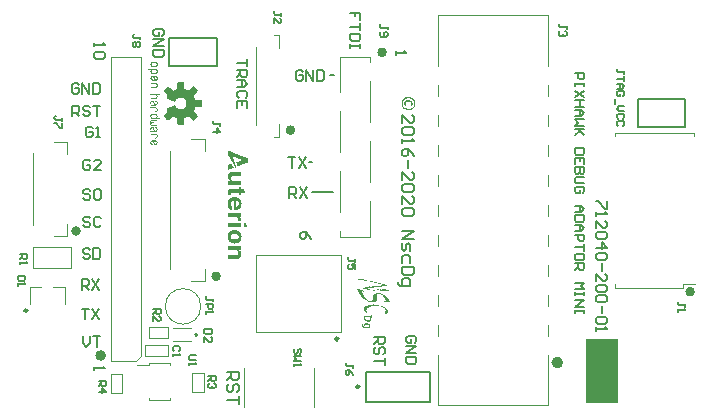
<source format=gto>
G04*
G04 #@! TF.GenerationSoftware,Altium Limited,Altium Designer,20.1.8 (145)*
G04*
G04 Layer_Color=65535*
%FSLAX44Y44*%
%MOMM*%
G71*
G04*
G04 #@! TF.SameCoordinates,C9CF11F6-8CB7-4B33-927B-0983859D9422*
G04*
G04*
G04 #@! TF.FilePolarity,Positive*
G04*
G01*
G75*
%ADD10C,0.2500*%
%ADD11C,0.2000*%
%ADD12C,0.1200*%
%ADD13C,0.4000*%
%ADD14C,0.5000*%
%ADD15C,0.1778*%
%ADD16C,0.1397*%
%ADD17C,0.1400*%
%ADD18C,0.1800*%
G36*
X201635Y207216D02*
X201773D01*
Y206803D01*
X201910D01*
Y206390D01*
X202048D01*
Y206114D01*
X202186D01*
Y205287D01*
X202324D01*
Y205012D01*
X202461D01*
Y204323D01*
X202324D01*
Y204186D01*
X202186D01*
Y204048D01*
X195023D01*
Y203910D01*
X194609D01*
Y203772D01*
X194334D01*
Y203497D01*
X194058D01*
Y203359D01*
X193920D01*
Y203221D01*
X193783D01*
Y202946D01*
X193645D01*
Y202532D01*
X193507D01*
Y201706D01*
X193645D01*
Y201155D01*
X193783D01*
Y200879D01*
X193920D01*
Y200742D01*
X194058D01*
Y200604D01*
X194196D01*
Y200466D01*
X194334D01*
Y200328D01*
X194471D01*
Y200191D01*
X194609D01*
Y200053D01*
X195023D01*
Y199915D01*
X201635D01*
Y199777D01*
X201773D01*
Y199364D01*
X201910D01*
Y198951D01*
X202048D01*
Y198537D01*
X202186D01*
Y197849D01*
X202324D01*
Y197435D01*
X202461D01*
Y196747D01*
X202324D01*
Y196609D01*
X202186D01*
Y196471D01*
X190890D01*
Y199777D01*
X193094D01*
Y200053D01*
X192956D01*
Y200191D01*
X192681D01*
Y200328D01*
X192543D01*
Y200466D01*
X192405D01*
Y200604D01*
X192130D01*
Y200742D01*
X191992D01*
Y200879D01*
X191716D01*
Y201017D01*
X191579D01*
Y201430D01*
X191441D01*
Y201568D01*
X191303D01*
Y201706D01*
X191165D01*
Y201981D01*
X191028D01*
Y202395D01*
X190890D01*
Y202946D01*
X190752D01*
Y204186D01*
X190890D01*
Y204599D01*
X191028D01*
Y205012D01*
X191165D01*
Y205287D01*
X191303D01*
Y205425D01*
X191441D01*
Y205701D01*
X191579D01*
Y206114D01*
X191854D01*
Y206252D01*
X191992D01*
Y206390D01*
X192267D01*
Y206527D01*
X192405D01*
Y206665D01*
X192543D01*
Y206803D01*
X192681D01*
Y206941D01*
X193232D01*
Y207078D01*
X193507D01*
Y207216D01*
X194058D01*
Y207354D01*
X201635D01*
Y207216D01*
D02*
G37*
G36*
X202324Y193165D02*
X204390D01*
Y192752D01*
X204528D01*
Y192338D01*
X204666D01*
Y192063D01*
X204803D01*
Y191374D01*
X204941D01*
Y190961D01*
X205079D01*
Y190410D01*
X205217D01*
Y190134D01*
X205079D01*
Y189859D01*
X204803D01*
Y189721D01*
X202324D01*
Y187654D01*
X199982D01*
Y189721D01*
X193920D01*
Y189583D01*
X193645D01*
Y189445D01*
X193507D01*
Y189170D01*
X193369D01*
Y187930D01*
X193094D01*
Y187792D01*
X192543D01*
Y187654D01*
X191441D01*
Y187517D01*
X191028D01*
Y187930D01*
X190890D01*
Y188757D01*
X190752D01*
Y190410D01*
X190890D01*
Y190961D01*
X191028D01*
Y191236D01*
X191165D01*
Y191512D01*
X191303D01*
Y191787D01*
X191441D01*
Y191925D01*
X191579D01*
Y192201D01*
X191716D01*
Y192338D01*
X191854D01*
Y192476D01*
X192130D01*
Y192614D01*
X192267D01*
Y192752D01*
X192405D01*
Y192889D01*
X192818D01*
Y193027D01*
X193920D01*
Y193165D01*
X199982D01*
Y194680D01*
X202324D01*
Y193165D01*
D02*
G37*
G36*
X197778Y185864D02*
X198466D01*
Y185726D01*
X198880D01*
Y185588D01*
X199293D01*
Y185450D01*
X199569D01*
Y185313D01*
X199844D01*
Y185175D01*
X200119D01*
Y185037D01*
X200395D01*
Y184899D01*
X200533D01*
Y184762D01*
X200671D01*
Y184624D01*
X200808D01*
Y184486D01*
X200946D01*
Y184348D01*
X201084D01*
Y184211D01*
X201222D01*
Y184073D01*
X201359D01*
Y183935D01*
X201497D01*
Y183660D01*
X201635D01*
Y183522D01*
X201773D01*
Y183384D01*
X201910D01*
Y183109D01*
X202048D01*
Y182833D01*
X202186D01*
Y182282D01*
X202324D01*
Y181731D01*
X202461D01*
Y180767D01*
X202599D01*
Y180353D01*
X202461D01*
Y179114D01*
X202324D01*
Y178700D01*
X202186D01*
Y178011D01*
X202048D01*
Y177874D01*
X201910D01*
Y177598D01*
X201773D01*
Y177323D01*
X201635D01*
Y177185D01*
X201497D01*
Y177047D01*
X201359D01*
Y176910D01*
X201222D01*
Y176634D01*
X201084D01*
Y176496D01*
X200946D01*
Y176358D01*
X200671D01*
Y176221D01*
X200533D01*
Y176083D01*
X200395D01*
Y175945D01*
X200257D01*
Y175807D01*
X199982D01*
Y175670D01*
X199706D01*
Y175532D01*
X199431D01*
Y175394D01*
X199018D01*
Y175256D01*
X198604D01*
Y175119D01*
X197915D01*
Y174981D01*
X195987D01*
Y182695D01*
X194885D01*
Y182558D01*
X194609D01*
Y182420D01*
X194196D01*
Y182282D01*
X193920D01*
Y182144D01*
X193783D01*
Y182006D01*
X193645D01*
Y181869D01*
X193507D01*
Y181593D01*
X193369D01*
Y181180D01*
X193232D01*
Y180353D01*
X193094D01*
Y180078D01*
X193232D01*
Y179251D01*
X193369D01*
Y178838D01*
X193507D01*
Y178700D01*
X193645D01*
Y178425D01*
X193920D01*
Y178287D01*
X194058D01*
Y178149D01*
X194334D01*
Y176221D01*
X194196D01*
Y175119D01*
X193783D01*
Y175256D01*
X193507D01*
Y175394D01*
X193094D01*
Y175532D01*
X192818D01*
Y175670D01*
X192681D01*
Y175807D01*
X192543D01*
Y175945D01*
X192405D01*
Y176083D01*
X192267D01*
Y176221D01*
X192130D01*
Y176358D01*
X191992D01*
Y176496D01*
X191854D01*
Y176634D01*
X191716D01*
Y176772D01*
X191579D01*
Y177185D01*
X191441D01*
Y177460D01*
X191303D01*
Y177736D01*
X191165D01*
Y178011D01*
X191028D01*
Y178425D01*
X190890D01*
Y178976D01*
X190752D01*
Y181593D01*
X190890D01*
Y182144D01*
X191028D01*
Y182558D01*
X191165D01*
Y182833D01*
X191303D01*
Y183109D01*
X191441D01*
Y183384D01*
X191579D01*
Y183660D01*
X191716D01*
Y183935D01*
X191854D01*
Y184073D01*
X191992D01*
Y184211D01*
X192130D01*
Y184348D01*
X192267D01*
Y184486D01*
X192405D01*
Y184624D01*
X192543D01*
Y184762D01*
X192681D01*
Y184899D01*
X192818D01*
Y185037D01*
X193094D01*
Y185175D01*
X193369D01*
Y185313D01*
X193645D01*
Y185450D01*
X193920D01*
Y185588D01*
X194334D01*
Y185726D01*
X194747D01*
Y185864D01*
X195436D01*
Y186001D01*
X197778D01*
Y185864D01*
D02*
G37*
G36*
X201635Y172501D02*
X201773D01*
Y172088D01*
X201910D01*
Y171812D01*
X202048D01*
Y171399D01*
X202186D01*
Y170710D01*
X202324D01*
Y170297D01*
X202461D01*
Y169746D01*
X202324D01*
Y169608D01*
X202186D01*
Y169471D01*
X200395D01*
Y169057D01*
X200671D01*
Y168920D01*
X200946D01*
Y168782D01*
X201222D01*
Y168644D01*
X201497D01*
Y168506D01*
X201635D01*
Y168368D01*
X201910D01*
Y168093D01*
X202048D01*
Y167955D01*
X202186D01*
Y167680D01*
X202324D01*
Y167404D01*
X202461D01*
Y166853D01*
X202599D01*
Y166302D01*
X202461D01*
Y165751D01*
X202324D01*
Y165613D01*
X199569D01*
Y166302D01*
X199706D01*
Y167404D01*
X199569D01*
Y167955D01*
X199431D01*
Y168368D01*
X199293D01*
Y168506D01*
X199155D01*
Y168644D01*
X199018D01*
Y168782D01*
X198880D01*
Y168920D01*
X198742D01*
Y169057D01*
X198604D01*
Y169195D01*
X198329D01*
Y169333D01*
X190890D01*
Y172639D01*
X201635D01*
Y172501D01*
D02*
G37*
G36*
X206319Y163409D02*
X206456D01*
Y162858D01*
X206594D01*
Y162445D01*
X206732D01*
Y162032D01*
X206870D01*
Y161618D01*
X207007D01*
Y161205D01*
X207145D01*
Y160654D01*
X206870D01*
Y160516D01*
X204252D01*
Y163822D01*
X206319D01*
Y163409D01*
D02*
G37*
G36*
X202324Y160516D02*
X190890D01*
Y163822D01*
X202324D01*
Y160516D01*
D02*
G37*
G36*
X197778Y158037D02*
X198604D01*
Y157899D01*
X199018D01*
Y157761D01*
X199431D01*
Y157623D01*
X199706D01*
Y157486D01*
X199844D01*
Y157348D01*
X200119D01*
Y157210D01*
X200395D01*
Y157072D01*
X200533D01*
Y156935D01*
X200671D01*
Y156797D01*
X200808D01*
Y156659D01*
X201084D01*
Y156384D01*
X201222D01*
Y156246D01*
X201359D01*
Y156108D01*
X201497D01*
Y155970D01*
X201635D01*
Y155695D01*
X201773D01*
Y155557D01*
X201910D01*
Y155281D01*
X202048D01*
Y155006D01*
X202186D01*
Y154455D01*
X202324D01*
Y153904D01*
X202461D01*
Y152802D01*
X202599D01*
Y152251D01*
X202461D01*
Y151286D01*
X202324D01*
Y150736D01*
X202186D01*
Y150047D01*
X202048D01*
Y149909D01*
X201910D01*
Y149496D01*
X201773D01*
Y149358D01*
X201635D01*
Y149220D01*
X201497D01*
Y149082D01*
X201359D01*
Y148807D01*
X201222D01*
Y148531D01*
X201084D01*
Y148394D01*
X200808D01*
Y148256D01*
X200671D01*
Y148118D01*
X200395D01*
Y147843D01*
X200119D01*
Y147705D01*
X199982D01*
Y147567D01*
X199706D01*
Y147429D01*
X199293D01*
Y147292D01*
X198880D01*
Y147154D01*
X198604D01*
Y147016D01*
X197915D01*
Y146878D01*
X196951D01*
Y146741D01*
X196400D01*
Y146878D01*
X195298D01*
Y147016D01*
X194747D01*
Y147154D01*
X194334D01*
Y147292D01*
X194058D01*
Y147429D01*
X193507D01*
Y147567D01*
X193369D01*
Y147705D01*
X193232D01*
Y147843D01*
X192956D01*
Y147980D01*
X192818D01*
Y148118D01*
X192681D01*
Y148256D01*
X192543D01*
Y148394D01*
X192267D01*
Y148669D01*
X192130D01*
Y148807D01*
X191992D01*
Y148945D01*
X191854D01*
Y149082D01*
X191716D01*
Y149220D01*
X191579D01*
Y149633D01*
X191441D01*
Y149909D01*
X191303D01*
Y150047D01*
X191165D01*
Y150460D01*
X191028D01*
Y150873D01*
X190890D01*
Y151286D01*
X190752D01*
Y153766D01*
X190890D01*
Y154317D01*
X191028D01*
Y154730D01*
X191165D01*
Y155006D01*
X191303D01*
Y155281D01*
X191441D01*
Y155557D01*
X191579D01*
Y155833D01*
X191716D01*
Y156108D01*
X191854D01*
Y156246D01*
X191992D01*
Y156384D01*
X192130D01*
Y156521D01*
X192267D01*
Y156659D01*
X192405D01*
Y156797D01*
X192543D01*
Y156935D01*
X192681D01*
Y157072D01*
X192956D01*
Y157210D01*
X193232D01*
Y157348D01*
X193369D01*
Y157486D01*
X193645D01*
Y157623D01*
X193920D01*
Y157761D01*
X194196D01*
Y157899D01*
X194747D01*
Y158037D01*
X195574D01*
Y158174D01*
X197778D01*
Y158037D01*
D02*
G37*
G36*
X201773Y144261D02*
X201910D01*
Y143848D01*
X202048D01*
Y143434D01*
X202186D01*
Y142746D01*
X202324D01*
Y142332D01*
X202461D01*
Y141643D01*
X202324D01*
Y141506D01*
X202186D01*
Y141368D01*
X200395D01*
Y140955D01*
X200671D01*
Y140817D01*
X200808D01*
Y140679D01*
X201084D01*
Y140541D01*
X201359D01*
Y140404D01*
X201497D01*
Y140266D01*
X201635D01*
Y140128D01*
X201773D01*
Y139853D01*
X201910D01*
Y139715D01*
X202048D01*
Y139577D01*
X202186D01*
Y139026D01*
X202324D01*
Y138751D01*
X202461D01*
Y137924D01*
X202599D01*
Y137511D01*
X202461D01*
Y136684D01*
X202324D01*
Y136271D01*
X202186D01*
Y135720D01*
X202048D01*
Y135582D01*
X201910D01*
Y135307D01*
X201773D01*
Y135169D01*
X201497D01*
Y135031D01*
X201359D01*
Y134756D01*
X201222D01*
Y134618D01*
X201084D01*
Y134480D01*
X200808D01*
Y134342D01*
X200395D01*
Y134205D01*
X200257D01*
Y134067D01*
X199844D01*
Y133929D01*
X199431D01*
Y133791D01*
X190890D01*
Y136960D01*
X198053D01*
Y137098D01*
X198604D01*
Y137235D01*
X198880D01*
Y137373D01*
X199155D01*
Y137511D01*
X199293D01*
Y137786D01*
X199431D01*
Y137924D01*
X199569D01*
Y138200D01*
X199706D01*
Y138613D01*
X199844D01*
Y139577D01*
X199706D01*
Y139990D01*
X199569D01*
Y140404D01*
X199431D01*
Y140541D01*
X199293D01*
Y140679D01*
X199155D01*
Y140817D01*
X199018D01*
Y140955D01*
X198742D01*
Y141093D01*
X198466D01*
Y141230D01*
X197915D01*
Y141368D01*
X190890D01*
Y144536D01*
X201773D01*
Y144261D01*
D02*
G37*
G36*
X302880Y116958D02*
X303549D01*
Y116623D01*
X305387D01*
Y116456D01*
X306389D01*
Y116122D01*
X307391D01*
Y115955D01*
X308394D01*
Y115621D01*
X309062D01*
Y115454D01*
X310399D01*
Y115120D01*
X310900D01*
Y115454D01*
X311067D01*
Y115120D01*
X312070D01*
Y114953D01*
X312237D01*
Y114786D01*
X312738D01*
Y114953D01*
X313072D01*
Y114619D01*
X313908D01*
Y114451D01*
X314075D01*
Y114284D01*
X314576D01*
Y114451D01*
X314910D01*
Y114117D01*
X315912D01*
Y113783D01*
X316581D01*
Y113950D01*
X316915D01*
Y113616D01*
X318085D01*
Y113449D01*
X318251D01*
Y113282D01*
X318753D01*
Y113449D01*
X319087D01*
Y113115D01*
X320089D01*
Y112948D01*
X320257D01*
Y112781D01*
X320591D01*
Y112948D01*
X320925D01*
Y112614D01*
X321593D01*
Y112279D01*
X322094D01*
Y112446D01*
X322429D01*
Y112112D01*
X323598D01*
Y111778D01*
X324433D01*
Y111945D01*
X324600D01*
Y111611D01*
X325436D01*
Y111277D01*
X325603D01*
Y111444D01*
X325937D01*
Y111110D01*
X326104D01*
Y110943D01*
X325603D01*
Y110609D01*
X324099D01*
Y110442D01*
X321593D01*
Y110107D01*
X319421D01*
Y109940D01*
X317082D01*
Y109606D01*
X315077D01*
Y109439D01*
X313406D01*
Y109105D01*
X310900D01*
Y108938D01*
X309396D01*
Y108604D01*
X309062D01*
Y108103D01*
X311067D01*
Y107768D01*
X314409D01*
Y107935D01*
X314576D01*
Y107601D01*
X316080D01*
Y107768D01*
X316247D01*
Y107935D01*
X316414D01*
Y107768D01*
X317416D01*
Y108103D01*
X318920D01*
Y107768D01*
X319421D01*
Y108437D01*
X319588D01*
Y108103D01*
X320089D01*
Y108437D01*
X320424D01*
Y108103D01*
X320925D01*
Y107768D01*
X321426D01*
Y108437D01*
X321593D01*
Y108103D01*
X324600D01*
Y107768D01*
X326104D01*
Y107935D01*
X326271D01*
Y107768D01*
X326438D01*
Y107601D01*
X327107D01*
Y107434D01*
X327441D01*
Y107100D01*
X327107D01*
Y106933D01*
X319922D01*
Y107100D01*
X315411D01*
Y106933D01*
X313573D01*
Y107100D01*
X313406D01*
Y107434D01*
X310399D01*
Y107601D01*
X308561D01*
Y107935D01*
X307057D01*
Y108103D01*
X306389D01*
Y108437D01*
X305888D01*
Y108604D01*
X305554D01*
Y109105D01*
X306389D01*
Y109439D01*
X306556D01*
Y109272D01*
X307391D01*
Y109606D01*
X308394D01*
Y109940D01*
X308561D01*
Y109773D01*
X309396D01*
Y110107D01*
X310566D01*
Y110442D01*
X311067D01*
Y110107D01*
X311568D01*
Y110274D01*
X311735D01*
Y110442D01*
X311903D01*
Y110274D01*
X312905D01*
Y110609D01*
X315411D01*
Y110943D01*
X315578D01*
Y110776D01*
X317917D01*
Y111110D01*
X320591D01*
Y111277D01*
X320758D01*
Y111444D01*
X320925D01*
Y111277D01*
X322094D01*
Y111945D01*
X321426D01*
Y112112D01*
X320424D01*
Y112446D01*
X319087D01*
Y112614D01*
X318085D01*
Y112948D01*
X317416D01*
Y113115D01*
X316414D01*
Y113449D01*
X315578D01*
Y113616D01*
X314576D01*
Y113950D01*
X312905D01*
Y114117D01*
X312070D01*
Y114451D01*
X311067D01*
Y114619D01*
X310065D01*
Y114953D01*
X309396D01*
Y115120D01*
X308394D01*
Y115454D01*
X306556D01*
Y115621D01*
X305052D01*
Y115955D01*
X304050D01*
Y116122D01*
X301377D01*
Y116456D01*
X300541D01*
Y116623D01*
X300374D01*
Y116791D01*
X300207D01*
Y116958D01*
X300374D01*
Y117125D01*
X302880D01*
Y116958D01*
D02*
G37*
G36*
X301711Y108270D02*
X301878D01*
Y108103D01*
X302379D01*
Y107935D01*
X302546D01*
Y107601D01*
X303048D01*
Y107267D01*
X303549D01*
Y107434D01*
X303716D01*
Y107267D01*
X303883D01*
Y107100D01*
X305387D01*
Y106933D01*
X305554D01*
Y106599D01*
X306055D01*
Y106432D01*
X306222D01*
Y106265D01*
X306389D01*
Y106098D01*
X306890D01*
Y105931D01*
X307057D01*
Y105596D01*
X306556D01*
Y105931D01*
X306055D01*
Y105763D01*
X305888D01*
Y106098D01*
X305387D01*
Y106432D01*
X304551D01*
Y105931D01*
X304718D01*
Y105763D01*
X304885D01*
Y105095D01*
X305052D01*
Y104427D01*
X305219D01*
Y104260D01*
X305387D01*
Y104093D01*
X305554D01*
Y103424D01*
X305721D01*
Y103257D01*
X305888D01*
Y102923D01*
X306055D01*
Y102422D01*
X306222D01*
Y102255D01*
X306389D01*
Y102088D01*
X306556D01*
Y101587D01*
X306890D01*
Y101085D01*
X307057D01*
Y100918D01*
X307224D01*
Y100751D01*
X307391D01*
Y100584D01*
X307559D01*
Y100083D01*
X307893D01*
Y99916D01*
X308060D01*
Y99581D01*
X308394D01*
Y99247D01*
X308895D01*
Y99080D01*
X309062D01*
Y98913D01*
X309229D01*
Y98746D01*
X309396D01*
Y98579D01*
X309898D01*
Y98245D01*
X310399D01*
Y98078D01*
X312070D01*
Y98245D01*
X312571D01*
Y98579D01*
X312905D01*
Y98913D01*
X313072D01*
Y99080D01*
X313406D01*
Y99916D01*
X313573D01*
Y100250D01*
X313406D01*
Y100584D01*
X313573D01*
Y101085D01*
X313406D01*
Y102088D01*
X313573D01*
Y103257D01*
X313741D01*
Y103424D01*
X313908D01*
Y103257D01*
X314075D01*
Y103591D01*
X314409D01*
Y103926D01*
X314576D01*
Y103758D01*
X315411D01*
Y104093D01*
X315912D01*
Y104427D01*
X316080D01*
Y105095D01*
X319087D01*
Y104761D01*
X319588D01*
Y104928D01*
X319755D01*
Y104761D01*
X319922D01*
Y104594D01*
X320424D01*
Y104260D01*
X320591D01*
Y104427D01*
X320758D01*
Y104260D01*
X320925D01*
Y104093D01*
X321927D01*
Y103591D01*
X322595D01*
Y103257D01*
X322930D01*
Y103424D01*
X323097D01*
Y103090D01*
X323431D01*
Y102923D01*
X323598D01*
Y102589D01*
X324099D01*
Y102255D01*
X324433D01*
Y102422D01*
X324600D01*
Y102088D01*
X324935D01*
Y101921D01*
X325102D01*
Y101587D01*
X325436D01*
Y101419D01*
X325603D01*
Y101085D01*
X325937D01*
Y100918D01*
X326104D01*
Y100584D01*
X326438D01*
Y100417D01*
X326605D01*
Y99916D01*
X326772D01*
Y99749D01*
X326940D01*
Y99581D01*
X327107D01*
Y99080D01*
X327608D01*
Y98412D01*
X327775D01*
Y98245D01*
X327942D01*
Y97075D01*
X327608D01*
Y96741D01*
X327441D01*
Y96908D01*
X325603D01*
Y96741D01*
X325436D01*
Y97075D01*
X324935D01*
Y97410D01*
X324099D01*
Y97577D01*
X322930D01*
Y97744D01*
X322763D01*
Y97911D01*
X322930D01*
Y98078D01*
X324433D01*
Y99080D01*
X324099D01*
Y99581D01*
X323932D01*
Y100083D01*
X323598D01*
Y100584D01*
X323431D01*
Y100751D01*
X323264D01*
Y100918D01*
X323097D01*
Y101085D01*
X322930D01*
Y101587D01*
X322595D01*
Y102088D01*
X322429D01*
Y102255D01*
X322261D01*
Y102422D01*
X322094D01*
Y102589D01*
X321927D01*
Y102756D01*
X321760D01*
Y102923D01*
X321593D01*
Y103090D01*
X321426D01*
Y103257D01*
X321259D01*
Y103424D01*
X321092D01*
Y103591D01*
X320925D01*
Y103926D01*
X320089D01*
Y104093D01*
X317917D01*
Y103926D01*
X317416D01*
Y103424D01*
X317249D01*
Y103257D01*
X317082D01*
Y102923D01*
X317249D01*
Y102756D01*
X317082D01*
Y102422D01*
X317249D01*
Y102255D01*
X317416D01*
Y99415D01*
X317249D01*
Y99247D01*
X317082D01*
Y98746D01*
X316915D01*
Y98078D01*
X316581D01*
Y97744D01*
X316414D01*
Y97577D01*
X316080D01*
Y97242D01*
X315912D01*
Y97410D01*
X315411D01*
Y97075D01*
X314576D01*
Y96741D01*
X314409D01*
Y96908D01*
X312070D01*
Y96741D01*
X311903D01*
Y97075D01*
X310900D01*
Y97410D01*
X310065D01*
Y97577D01*
X309564D01*
Y97911D01*
X309062D01*
Y98078D01*
X308895D01*
Y98412D01*
X308394D01*
Y98579D01*
X308060D01*
Y98913D01*
X307391D01*
Y99080D01*
X307057D01*
Y99415D01*
X306389D01*
Y99581D01*
X306055D01*
Y99916D01*
X305554D01*
Y100417D01*
X305052D01*
Y100918D01*
X304551D01*
Y101252D01*
X304384D01*
Y101587D01*
X304050D01*
Y102088D01*
X303883D01*
Y102255D01*
X303716D01*
Y102422D01*
X303549D01*
Y102589D01*
X303382D01*
Y102756D01*
X303215D01*
Y102923D01*
X303048D01*
Y103257D01*
X302880D01*
Y103591D01*
X302546D01*
Y103758D01*
X302379D01*
Y104260D01*
X302212D01*
Y104427D01*
X302045D01*
Y104761D01*
X301878D01*
Y105262D01*
X301711D01*
Y105429D01*
X301544D01*
Y105596D01*
X301377D01*
Y106265D01*
X301210D01*
Y106432D01*
X301043D01*
Y106766D01*
X300875D01*
Y107267D01*
X300708D01*
Y107434D01*
X300541D01*
Y108270D01*
X300708D01*
Y108437D01*
X300875D01*
Y108270D01*
X301544D01*
Y108437D01*
X301711D01*
Y108270D01*
D02*
G37*
G36*
X313573Y95070D02*
X314075D01*
Y95238D01*
X314409D01*
Y95070D01*
X314910D01*
Y94736D01*
X315411D01*
Y95070D01*
X317082D01*
Y94736D01*
X317917D01*
Y94569D01*
X318920D01*
Y94235D01*
X320089D01*
Y94068D01*
X321426D01*
Y93734D01*
X321927D01*
Y93567D01*
X322429D01*
Y93233D01*
X322930D01*
Y93066D01*
X323097D01*
Y92731D01*
X323932D01*
Y92564D01*
X324099D01*
Y92230D01*
X324600D01*
Y92063D01*
X324935D01*
Y91896D01*
X325102D01*
Y91562D01*
X325436D01*
Y91395D01*
X325603D01*
Y91061D01*
X325937D01*
Y90893D01*
X326104D01*
Y90392D01*
X326271D01*
Y90225D01*
X326438D01*
Y89891D01*
X326605D01*
Y87552D01*
X325937D01*
Y87385D01*
X325770D01*
Y87218D01*
X325603D01*
Y87385D01*
X323932D01*
Y87218D01*
X323765D01*
Y87385D01*
X323598D01*
Y87552D01*
X323097D01*
Y87719D01*
X323598D01*
Y88053D01*
X323932D01*
Y88554D01*
X324099D01*
Y89223D01*
X324266D01*
Y89390D01*
X324433D01*
Y89724D01*
X324266D01*
Y89891D01*
X324433D01*
Y90726D01*
X324266D01*
Y90893D01*
X324099D01*
Y91061D01*
X323932D01*
Y91562D01*
X323598D01*
Y92063D01*
X323431D01*
Y92230D01*
X323264D01*
Y92397D01*
X323097D01*
Y92564D01*
X322595D01*
Y92899D01*
X322094D01*
Y93066D01*
X321426D01*
Y93400D01*
X321092D01*
Y93233D01*
X320925D01*
Y93567D01*
X320089D01*
Y93901D01*
X319087D01*
Y93734D01*
X318920D01*
Y94068D01*
X314075D01*
Y93734D01*
X313908D01*
Y93901D01*
X312571D01*
Y93567D01*
X312070D01*
Y93233D01*
X311903D01*
Y93400D01*
X311401D01*
Y93066D01*
X310900D01*
Y92899D01*
X310065D01*
Y92564D01*
X309564D01*
Y92230D01*
X309396D01*
Y92063D01*
X309062D01*
Y91729D01*
X308895D01*
Y91562D01*
X308561D01*
Y91228D01*
X308394D01*
Y90893D01*
X308227D01*
Y90726D01*
X308060D01*
Y89390D01*
X308227D01*
Y89223D01*
X308394D01*
Y88889D01*
X308561D01*
Y88387D01*
X308728D01*
Y88220D01*
X308895D01*
Y88053D01*
X309062D01*
Y87719D01*
X309564D01*
Y87552D01*
X309898D01*
Y87218D01*
X309564D01*
Y87552D01*
X308895D01*
Y87886D01*
X308394D01*
Y87719D01*
X308227D01*
Y87886D01*
X308060D01*
Y88053D01*
X307893D01*
Y88220D01*
X307726D01*
Y88387D01*
X307559D01*
Y88554D01*
X307391D01*
Y88722D01*
X307224D01*
Y88889D01*
X307057D01*
Y89056D01*
X306890D01*
Y89390D01*
X306556D01*
Y89223D01*
X306389D01*
Y89724D01*
X306222D01*
Y89891D01*
X306055D01*
Y90726D01*
X305888D01*
Y91896D01*
X306055D01*
Y92564D01*
X306556D01*
Y92731D01*
X306723D01*
Y92899D01*
X306890D01*
Y93233D01*
X307391D01*
Y93567D01*
X307559D01*
Y93734D01*
X308060D01*
Y94068D01*
X309062D01*
Y94235D01*
X309564D01*
Y94569D01*
X310399D01*
Y94736D01*
X311568D01*
Y95070D01*
X313406D01*
Y95405D01*
X313573D01*
Y95070D01*
D02*
G37*
G36*
X312571Y83542D02*
X312404D01*
Y82205D01*
X312070D01*
Y81704D01*
X311903D01*
Y81537D01*
X311568D01*
Y81203D01*
X311401D01*
Y81036D01*
X311067D01*
Y80702D01*
X310566D01*
Y80535D01*
X308561D01*
Y80869D01*
X308227D01*
Y80702D01*
X307893D01*
Y81036D01*
X307559D01*
Y81370D01*
X307391D01*
Y81203D01*
X307057D01*
Y81704D01*
X306890D01*
Y82038D01*
X306556D01*
Y83542D01*
X306389D01*
Y85881D01*
X306556D01*
Y85714D01*
X312404D01*
Y85881D01*
X312571D01*
Y83542D01*
D02*
G37*
G36*
X309396Y79198D02*
X309898D01*
Y79031D01*
X310399D01*
Y78697D01*
X310566D01*
Y78530D01*
X310900D01*
Y77694D01*
X311067D01*
Y77026D01*
X310900D01*
Y76024D01*
X311067D01*
Y75021D01*
X306055D01*
Y75188D01*
X305554D01*
Y75522D01*
X305387D01*
Y75690D01*
X305052D01*
Y76024D01*
X304885D01*
Y76692D01*
X304551D01*
Y78029D01*
X304885D01*
Y79031D01*
X305721D01*
Y78864D01*
X305554D01*
Y76525D01*
X305888D01*
Y76191D01*
X306389D01*
Y76024D01*
X306890D01*
Y76692D01*
X306556D01*
Y77527D01*
X306389D01*
Y78196D01*
X306556D01*
Y78530D01*
X306890D01*
Y79031D01*
X307391D01*
Y79198D01*
X307893D01*
Y79532D01*
X309396D01*
Y79198D01*
D02*
G37*
G36*
X521406Y12142D02*
X493974Y12142D01*
X493974Y65746D01*
X521406Y65746D01*
X521406Y12142D01*
D02*
G37*
G36*
X130272Y300440D02*
X130692D01*
Y300230D01*
X131007D01*
Y300125D01*
X131217D01*
Y299915D01*
X131322D01*
Y299810D01*
X131532D01*
Y299495D01*
X131637D01*
Y299075D01*
X131742D01*
Y298970D01*
X131847D01*
Y298550D01*
X131952D01*
Y298025D01*
X131847D01*
Y297710D01*
X131637D01*
Y297080D01*
X131532D01*
Y296975D01*
X131427D01*
Y296870D01*
X131322D01*
Y296660D01*
X131007D01*
Y296450D01*
X130902D01*
Y296345D01*
X130377D01*
Y296135D01*
X126912D01*
Y296345D01*
X126492D01*
Y296450D01*
X126177D01*
Y296555D01*
X126072D01*
Y296660D01*
X125967D01*
Y296765D01*
X125862D01*
Y297080D01*
X125652D01*
Y297290D01*
X125547D01*
Y297710D01*
X125337D01*
Y298970D01*
X125442D01*
Y299075D01*
X125547D01*
Y299285D01*
X125652D01*
Y299600D01*
X125757D01*
Y299705D01*
X125862D01*
Y299915D01*
X126177D01*
Y300125D01*
X126282D01*
Y300230D01*
X126387D01*
Y300335D01*
X126492D01*
Y300440D01*
X126912D01*
Y300545D01*
X130272D01*
Y300440D01*
D02*
G37*
G36*
X130062Y294560D02*
X130587D01*
Y294455D01*
X130902D01*
Y294245D01*
X131007D01*
Y294140D01*
X131322D01*
Y293825D01*
X131532D01*
Y293615D01*
X131637D01*
Y293090D01*
X131742D01*
Y292985D01*
X131847D01*
Y292880D01*
X131952D01*
Y292250D01*
X131847D01*
Y291725D01*
X131637D01*
Y291305D01*
X131532D01*
Y291095D01*
X131322D01*
Y290780D01*
X131007D01*
Y290675D01*
X130902D01*
Y290465D01*
X130692D01*
Y290360D01*
X130272D01*
Y290150D01*
X127122D01*
Y290360D01*
X126492D01*
Y290465D01*
X126282D01*
Y290675D01*
X126177D01*
Y290780D01*
X125967D01*
Y290990D01*
X125862D01*
Y291200D01*
X125757D01*
Y291305D01*
X125652D01*
Y291410D01*
X125547D01*
Y291725D01*
X125337D01*
Y293195D01*
X125547D01*
Y293510D01*
X123657D01*
Y293615D01*
X123447D01*
Y294140D01*
X123342D01*
Y294245D01*
X123132D01*
Y294560D01*
X123237D01*
Y294665D01*
X123342D01*
Y294770D01*
X130062D01*
Y294560D01*
D02*
G37*
G36*
X130587Y288575D02*
X130692D01*
Y288470D01*
X131007D01*
Y288365D01*
X131112D01*
Y288260D01*
X131217D01*
Y288155D01*
X131322D01*
Y288050D01*
X131427D01*
Y287945D01*
X131532D01*
Y287840D01*
X131637D01*
Y287210D01*
X131847D01*
Y286895D01*
X131952D01*
Y286265D01*
X131847D01*
Y285950D01*
X131742D01*
Y285845D01*
X131637D01*
Y285425D01*
X131532D01*
Y285110D01*
X131322D01*
Y285005D01*
X131217D01*
Y284795D01*
X131007D01*
Y284690D01*
X130692D01*
Y284480D01*
X130272D01*
Y284375D01*
X129117D01*
Y284480D01*
X129012D01*
Y284585D01*
X128907D01*
Y284690D01*
X128802D01*
Y285005D01*
X128697D01*
Y285425D01*
X128487D01*
Y285635D01*
X128382D01*
Y286055D01*
X128172D01*
Y286370D01*
X128067D01*
Y286685D01*
X127857D01*
Y287210D01*
X127752D01*
Y287315D01*
X127542D01*
Y287525D01*
X126912D01*
Y287315D01*
X126807D01*
Y287000D01*
X126597D01*
Y286895D01*
X126492D01*
Y286265D01*
X126597D01*
Y286160D01*
X126702D01*
Y286055D01*
X126807D01*
Y285950D01*
X126912D01*
Y285635D01*
X127437D01*
Y285425D01*
X127752D01*
Y285320D01*
X127857D01*
Y285215D01*
X127962D01*
Y285110D01*
X128067D01*
Y284690D01*
X128172D01*
Y284480D01*
X128067D01*
Y284375D01*
X127122D01*
Y284480D01*
X126597D01*
Y284690D01*
X126282D01*
Y284795D01*
X126177D01*
Y284900D01*
X126072D01*
Y285005D01*
X125967D01*
Y285110D01*
X125862D01*
Y285425D01*
X125547D01*
Y285845D01*
X125442D01*
Y285950D01*
X125337D01*
Y287210D01*
X125547D01*
Y287630D01*
X125652D01*
Y287840D01*
X125862D01*
Y288155D01*
X126177D01*
Y288260D01*
X126282D01*
Y288470D01*
X126597D01*
Y288575D01*
X126702D01*
Y288680D01*
X126807D01*
Y288785D01*
X130587D01*
Y288575D01*
D02*
G37*
G36*
X130062Y282800D02*
X130692D01*
Y282590D01*
X131007D01*
Y282485D01*
X131217D01*
Y282275D01*
X131322D01*
Y282170D01*
X131532D01*
Y281855D01*
X131637D01*
Y281435D01*
X131742D01*
Y281330D01*
X131847D01*
Y281015D01*
X131952D01*
Y280280D01*
X131847D01*
Y279965D01*
X131742D01*
Y279860D01*
X131637D01*
Y279440D01*
X131532D01*
Y279335D01*
X131427D01*
Y279230D01*
X131322D01*
Y279125D01*
X131217D01*
Y278810D01*
X130902D01*
Y278705D01*
X130587D01*
Y278495D01*
X130062D01*
Y278390D01*
X125862D01*
Y278600D01*
X125757D01*
Y278705D01*
X125652D01*
Y278810D01*
X125547D01*
Y279125D01*
X125337D01*
Y279440D01*
X125442D01*
Y279545D01*
X125547D01*
Y279650D01*
X130272D01*
Y279965D01*
X130587D01*
Y280280D01*
X130692D01*
Y281015D01*
X130587D01*
Y281330D01*
X130377D01*
Y281540D01*
X130062D01*
Y281645D01*
X129957D01*
Y281855D01*
X125862D01*
Y281960D01*
X125652D01*
Y282170D01*
X125547D01*
Y282590D01*
X125337D01*
Y282800D01*
X125547D01*
Y282905D01*
X130062D01*
Y282800D01*
D02*
G37*
G36*
X153372Y283325D02*
X153477D01*
Y283220D01*
X153582D01*
Y283115D01*
X153687D01*
Y282800D01*
X153897D01*
Y280280D01*
X154002D01*
Y278705D01*
X154212D01*
Y277550D01*
X154632D01*
Y277445D01*
X154842D01*
Y277235D01*
X155262D01*
Y277130D01*
X155787D01*
Y276920D01*
X155892D01*
Y276815D01*
X156522D01*
Y276605D01*
X156837D01*
Y276500D01*
X157047D01*
Y276290D01*
X157152D01*
Y276185D01*
X157467D01*
Y276290D01*
X157572D01*
Y276395D01*
X157677D01*
Y276500D01*
X157782D01*
Y276605D01*
X157887D01*
Y276710D01*
X157992D01*
Y276815D01*
X158097D01*
Y276920D01*
X158412D01*
Y277130D01*
X158622D01*
Y277235D01*
X158937D01*
Y277445D01*
X159042D01*
Y277760D01*
X159252D01*
Y277865D01*
X159567D01*
Y278075D01*
X159882D01*
Y278180D01*
X159987D01*
Y278390D01*
X160197D01*
Y278495D01*
X160302D01*
Y278705D01*
X160512D01*
Y278810D01*
X160827D01*
Y279020D01*
X160932D01*
Y279125D01*
X161037D01*
Y279230D01*
X161142D01*
Y279335D01*
X161247D01*
Y279440D01*
X161352D01*
Y279545D01*
X161457D01*
Y279650D01*
X161772D01*
Y279755D01*
X162087D01*
Y279650D01*
X162192D01*
Y279545D01*
X162297D01*
Y279440D01*
X162402D01*
Y279335D01*
X162507D01*
Y279230D01*
X162612D01*
Y279125D01*
X162717D01*
Y279020D01*
X162822D01*
Y278915D01*
X162927D01*
Y278810D01*
X163032D01*
Y278705D01*
X163347D01*
Y278390D01*
X163452D01*
Y278285D01*
X163557D01*
Y278180D01*
X163662D01*
Y278075D01*
X163767D01*
Y277970D01*
X163872D01*
Y277865D01*
X163977D01*
Y277760D01*
X164292D01*
Y277550D01*
X164397D01*
Y277445D01*
X164607D01*
Y277130D01*
X164712D01*
Y277025D01*
X164817D01*
Y276920D01*
X164922D01*
Y276815D01*
X165027D01*
Y276710D01*
X165132D01*
Y276605D01*
X165237D01*
Y276500D01*
X165342D01*
Y276185D01*
X165447D01*
Y276080D01*
X165342D01*
Y275660D01*
X165027D01*
Y275345D01*
X164922D01*
Y275240D01*
X164817D01*
Y275135D01*
X164712D01*
Y275030D01*
X164607D01*
Y274610D01*
X164502D01*
Y274505D01*
X164397D01*
Y274400D01*
X164082D01*
Y274295D01*
X163977D01*
Y274085D01*
X163767D01*
Y273980D01*
X163662D01*
Y273665D01*
X163557D01*
Y273560D01*
X163452D01*
Y273350D01*
X163347D01*
Y273140D01*
X163137D01*
Y273035D01*
X163032D01*
Y272825D01*
X162822D01*
Y272720D01*
X162717D01*
Y272510D01*
X162507D01*
Y272405D01*
X162402D01*
Y271880D01*
X162192D01*
Y271775D01*
X162087D01*
Y271250D01*
X162192D01*
Y271145D01*
X162402D01*
Y270620D01*
X162507D01*
Y270410D01*
X162612D01*
Y270305D01*
X162717D01*
Y269885D01*
X162822D01*
Y269570D01*
X163032D01*
Y268940D01*
X163137D01*
Y268415D01*
X164397D01*
Y268310D01*
X164712D01*
Y268415D01*
X165237D01*
Y268310D01*
X166497D01*
Y268100D01*
X167442D01*
Y267995D01*
X168072D01*
Y268100D01*
X168492D01*
Y267995D01*
X168807D01*
Y267890D01*
X168912D01*
Y267785D01*
X169017D01*
Y267680D01*
X169122D01*
Y262955D01*
X169017D01*
Y262640D01*
X168702D01*
Y262430D01*
X168072D01*
Y262640D01*
X167757D01*
Y262430D01*
X167232D01*
Y262325D01*
X167127D01*
Y262430D01*
X166497D01*
Y262325D01*
X165237D01*
Y262115D01*
X164082D01*
Y262010D01*
X163767D01*
Y262115D01*
X163347D01*
Y262010D01*
X163242D01*
Y261905D01*
X163137D01*
Y261485D01*
X163032D01*
Y260855D01*
X162822D01*
Y260540D01*
X162717D01*
Y260225D01*
X162507D01*
Y259805D01*
X162402D01*
Y259280D01*
X162192D01*
Y259175D01*
X162087D01*
Y258860D01*
X162192D01*
Y258755D01*
X162297D01*
Y258650D01*
X162402D01*
Y258230D01*
X162507D01*
Y258125D01*
X162612D01*
Y258020D01*
X162717D01*
Y257915D01*
X162822D01*
Y257600D01*
X163032D01*
Y257390D01*
X163347D01*
Y257075D01*
X163452D01*
Y256865D01*
X163557D01*
Y256760D01*
X163662D01*
Y256655D01*
X163767D01*
Y256550D01*
X163872D01*
Y256445D01*
X163977D01*
Y256340D01*
X164082D01*
Y256235D01*
X164187D01*
Y256130D01*
X164292D01*
Y256025D01*
X164397D01*
Y255920D01*
X164502D01*
Y255815D01*
X164607D01*
Y255500D01*
X164712D01*
Y255290D01*
X164817D01*
Y255185D01*
X164922D01*
Y255080D01*
X165027D01*
Y254975D01*
X165132D01*
Y254870D01*
X165237D01*
Y254765D01*
X165342D01*
Y254450D01*
X165447D01*
Y254345D01*
X165342D01*
Y254135D01*
X165237D01*
Y253925D01*
X165027D01*
Y253820D01*
X164922D01*
Y253610D01*
X164712D01*
Y253505D01*
X164607D01*
Y253190D01*
X164502D01*
Y253085D01*
X164397D01*
Y252980D01*
X164082D01*
Y252875D01*
X163977D01*
Y252665D01*
X163767D01*
Y252560D01*
X163662D01*
Y252350D01*
X163452D01*
Y252035D01*
X163347D01*
Y251930D01*
X163242D01*
Y251825D01*
X163137D01*
Y251720D01*
X162822D01*
Y251405D01*
X162507D01*
Y251300D01*
X162402D01*
Y250985D01*
X162297D01*
Y250880D01*
X162192D01*
Y250775D01*
X161562D01*
Y250985D01*
X161247D01*
Y251300D01*
X161142D01*
Y251405D01*
X160932D01*
Y251615D01*
X160617D01*
Y251720D01*
X160302D01*
Y251930D01*
X160197D01*
Y252245D01*
X159882D01*
Y252350D01*
X159672D01*
Y252560D01*
X159357D01*
Y252665D01*
X159252D01*
Y252770D01*
X159147D01*
Y252875D01*
X159042D01*
Y252980D01*
X158937D01*
Y253085D01*
X158832D01*
Y253190D01*
X158727D01*
Y253295D01*
X158622D01*
Y253505D01*
X158307D01*
Y253610D01*
X158097D01*
Y253820D01*
X157992D01*
Y253925D01*
X157782D01*
Y254135D01*
X157677D01*
Y254240D01*
X157047D01*
Y254135D01*
X156942D01*
Y254030D01*
X156837D01*
Y253925D01*
X156732D01*
Y253820D01*
X156102D01*
Y253610D01*
X155787D01*
Y253505D01*
X155682D01*
Y253400D01*
X155577D01*
Y253295D01*
X154947D01*
Y253190D01*
X154527D01*
Y252980D01*
X154212D01*
Y251930D01*
X154002D01*
Y251615D01*
X154107D01*
Y251510D01*
X154002D01*
Y250355D01*
X153897D01*
Y247835D01*
X153792D01*
Y247730D01*
X153687D01*
Y247310D01*
X153582D01*
Y247205D01*
X148542D01*
Y247310D01*
X148332D01*
Y247835D01*
X148227D01*
Y249935D01*
X148122D01*
Y250040D01*
X148227D01*
Y250355D01*
X148017D01*
Y251930D01*
X147912D01*
Y252980D01*
X147597D01*
Y253190D01*
X147072D01*
Y253295D01*
X146442D01*
Y253505D01*
X146127D01*
Y253610D01*
X146022D01*
Y253820D01*
X145392D01*
Y253925D01*
X145182D01*
Y254135D01*
X145077D01*
Y254240D01*
X144447D01*
Y254135D01*
X144342D01*
Y254030D01*
X144237D01*
Y253925D01*
X144132D01*
Y253820D01*
X144027D01*
Y253715D01*
X143922D01*
Y253610D01*
X143817D01*
Y253505D01*
X143502D01*
Y253295D01*
X143292D01*
Y253190D01*
X142977D01*
Y252875D01*
X142872D01*
Y252665D01*
X142662D01*
Y252560D01*
X142347D01*
Y252350D01*
X142032D01*
Y252245D01*
X141927D01*
Y251930D01*
X141822D01*
Y251825D01*
X141717D01*
Y251720D01*
X141402D01*
Y251615D01*
X141087D01*
Y251405D01*
X140982D01*
Y251300D01*
X140877D01*
Y251195D01*
X140772D01*
Y250985D01*
X140457D01*
Y250775D01*
X140037D01*
Y250985D01*
X139722D01*
Y251090D01*
X139512D01*
Y251405D01*
X139197D01*
Y251720D01*
X138882D01*
Y251930D01*
X138777D01*
Y252035D01*
X138567D01*
Y252350D01*
X138462D01*
Y252560D01*
X138147D01*
Y252875D01*
X137832D01*
Y252980D01*
X137622D01*
Y253190D01*
X137517D01*
Y253295D01*
X137307D01*
Y253610D01*
X136992D01*
Y253925D01*
X136677D01*
Y254240D01*
X136572D01*
Y254555D01*
X136677D01*
Y254870D01*
X136782D01*
Y254975D01*
X136887D01*
Y255080D01*
X136992D01*
Y255185D01*
X137097D01*
Y255290D01*
X137202D01*
Y255395D01*
X137307D01*
Y255500D01*
X137412D01*
Y255605D01*
X137517D01*
Y255815D01*
X137622D01*
Y256025D01*
X137832D01*
Y256130D01*
X137937D01*
Y256340D01*
X138147D01*
Y256445D01*
X138252D01*
Y256760D01*
X138357D01*
Y256865D01*
X138462D01*
Y256970D01*
X138567D01*
Y257285D01*
X138777D01*
Y257390D01*
X138882D01*
Y257600D01*
X139092D01*
Y257705D01*
X139197D01*
Y257915D01*
X139407D01*
Y258020D01*
X139512D01*
Y258230D01*
X139722D01*
Y258650D01*
X139827D01*
Y258860D01*
X140037D01*
Y259175D01*
X139827D01*
Y259280D01*
X139722D01*
Y259700D01*
X139617D01*
Y259805D01*
X139512D01*
Y260225D01*
X139407D01*
Y260330D01*
X139302D01*
Y260435D01*
X139197D01*
Y260855D01*
X139302D01*
Y260960D01*
X139407D01*
Y261065D01*
X139512D01*
Y261170D01*
X139827D01*
Y261380D01*
X140037D01*
Y261485D01*
X140667D01*
Y261695D01*
X140982D01*
Y261800D01*
X141402D01*
Y262010D01*
X141927D01*
Y262115D01*
X142032D01*
Y262325D01*
X142557D01*
Y262430D01*
X142977D01*
Y262640D01*
X143187D01*
Y262745D01*
X143817D01*
Y262955D01*
X144132D01*
Y263060D01*
X144237D01*
Y263270D01*
X144867D01*
Y263375D01*
X145182D01*
Y263585D01*
X145497D01*
Y263690D01*
X146127D01*
Y263585D01*
X146337D01*
Y263375D01*
X146442D01*
Y263165D01*
X146547D01*
Y263060D01*
X146652D01*
Y262745D01*
X146757D01*
Y262640D01*
X146967D01*
Y262430D01*
X147072D01*
Y262325D01*
X147282D01*
Y262010D01*
X147387D01*
Y261695D01*
X147597D01*
Y261485D01*
X148017D01*
Y261380D01*
X148227D01*
Y261170D01*
X148332D01*
Y261065D01*
X148542D01*
Y260855D01*
X148962D01*
Y260750D01*
X149277D01*
Y260540D01*
X149592D01*
Y260435D01*
X150432D01*
Y260225D01*
X150747D01*
Y260435D01*
X151167D01*
Y260225D01*
X151482D01*
Y260435D01*
X152112D01*
Y260540D01*
X152742D01*
Y260750D01*
X152952D01*
Y260855D01*
X153372D01*
Y261065D01*
X153687D01*
Y261170D01*
X153792D01*
Y261275D01*
X153897D01*
Y261380D01*
X154002D01*
Y261485D01*
X154317D01*
Y261695D01*
X154527D01*
Y261800D01*
X154632D01*
Y262115D01*
X154737D01*
Y262220D01*
X154842D01*
Y262325D01*
X154947D01*
Y262430D01*
X155052D01*
Y262535D01*
X155157D01*
Y262640D01*
X155262D01*
Y262955D01*
X155472D01*
Y263270D01*
X155577D01*
Y263585D01*
X155787D01*
Y264530D01*
X155892D01*
Y266105D01*
X155787D01*
Y266840D01*
X155577D01*
Y267365D01*
X155472D01*
Y267575D01*
X155367D01*
Y267680D01*
X155262D01*
Y267995D01*
X155157D01*
Y268100D01*
X154842D01*
Y268415D01*
X154632D01*
Y268730D01*
X154527D01*
Y268835D01*
X154422D01*
Y268940D01*
X154317D01*
Y269045D01*
X154002D01*
Y269255D01*
X153897D01*
Y269360D01*
X153687D01*
Y269570D01*
X153372D01*
Y269675D01*
X152952D01*
Y269885D01*
X152637D01*
Y269990D01*
X151797D01*
Y270200D01*
X150222D01*
Y269990D01*
X149487D01*
Y269885D01*
X149172D01*
Y269675D01*
X148647D01*
Y269570D01*
X148332D01*
Y269360D01*
X148227D01*
Y269255D01*
X148122D01*
Y269150D01*
X148017D01*
Y269045D01*
X147702D01*
Y268940D01*
X147597D01*
Y268730D01*
X147387D01*
Y268625D01*
X147282D01*
Y268310D01*
X147177D01*
Y268205D01*
X147072D01*
Y268100D01*
X146967D01*
Y267995D01*
X146862D01*
Y267890D01*
X146757D01*
Y267785D01*
X146652D01*
Y267470D01*
X146442D01*
Y267155D01*
X146337D01*
Y267050D01*
X146232D01*
Y266945D01*
X146127D01*
Y266840D01*
X145392D01*
Y266945D01*
X145287D01*
Y267050D01*
X145182D01*
Y267155D01*
X144867D01*
Y267365D01*
X144237D01*
Y267470D01*
X144132D01*
Y267680D01*
X143607D01*
Y267785D01*
X143187D01*
Y267890D01*
X143082D01*
Y267995D01*
X142977D01*
Y268100D01*
X142557D01*
Y268310D01*
X142032D01*
Y268415D01*
X141717D01*
Y268625D01*
X141297D01*
Y268730D01*
X140982D01*
Y268940D01*
X140667D01*
Y269045D01*
X140142D01*
Y269255D01*
X139722D01*
Y269360D01*
X139407D01*
Y269675D01*
X139197D01*
Y269990D01*
X139302D01*
Y270095D01*
X139407D01*
Y270305D01*
X139512D01*
Y270620D01*
X139617D01*
Y270725D01*
X139722D01*
Y271250D01*
X139827D01*
Y271460D01*
X140037D01*
Y271775D01*
X139827D01*
Y271880D01*
X139722D01*
Y272195D01*
X139512D01*
Y272510D01*
X139407D01*
Y272615D01*
X139302D01*
Y272720D01*
X139197D01*
Y272825D01*
X139092D01*
Y272930D01*
X138987D01*
Y273035D01*
X138882D01*
Y273140D01*
X138777D01*
Y273245D01*
X138672D01*
Y273350D01*
X138567D01*
Y273665D01*
X138462D01*
Y273770D01*
X138252D01*
Y273980D01*
X138147D01*
Y274190D01*
X138042D01*
Y274295D01*
X137937D01*
Y274400D01*
X137622D01*
Y274610D01*
X137517D01*
Y274820D01*
X137412D01*
Y274925D01*
X137307D01*
Y275240D01*
X137202D01*
Y275345D01*
X136992D01*
Y275555D01*
X136887D01*
Y275660D01*
X136677D01*
Y275975D01*
X136572D01*
Y276290D01*
X136677D01*
Y276500D01*
X136887D01*
Y276605D01*
X136992D01*
Y276815D01*
X137202D01*
Y276920D01*
X137307D01*
Y277130D01*
X137517D01*
Y277445D01*
X137622D01*
Y277550D01*
X137727D01*
Y277655D01*
X137832D01*
Y277760D01*
X138147D01*
Y277865D01*
X138252D01*
Y278075D01*
X138462D01*
Y278180D01*
X138567D01*
Y278495D01*
X138672D01*
Y278600D01*
X138777D01*
Y278705D01*
X138882D01*
Y278810D01*
X139197D01*
Y279020D01*
X139407D01*
Y279125D01*
X139512D01*
Y279335D01*
X139722D01*
Y279440D01*
X139827D01*
Y279650D01*
X140037D01*
Y279755D01*
X140352D01*
Y279650D01*
X140667D01*
Y279440D01*
X140772D01*
Y279335D01*
X140982D01*
Y279125D01*
X141087D01*
Y279020D01*
X141297D01*
Y278810D01*
X141612D01*
Y278705D01*
X141717D01*
Y278600D01*
X141822D01*
Y278495D01*
X141927D01*
Y278390D01*
X142032D01*
Y278285D01*
X142137D01*
Y278180D01*
X142242D01*
Y278075D01*
X142557D01*
Y277865D01*
X142872D01*
Y277760D01*
X142977D01*
Y277445D01*
X143187D01*
Y277235D01*
X143502D01*
Y277130D01*
X143607D01*
Y276920D01*
X143922D01*
Y276815D01*
X144132D01*
Y276500D01*
X144447D01*
Y276290D01*
X144552D01*
Y276185D01*
X144867D01*
Y276290D01*
X144972D01*
Y276395D01*
X145077D01*
Y276500D01*
X145182D01*
Y276605D01*
X145497D01*
Y276815D01*
X146022D01*
Y276920D01*
X146337D01*
Y277130D01*
X146652D01*
Y277235D01*
X147282D01*
Y277445D01*
X147387D01*
Y277550D01*
X147912D01*
Y278705D01*
X148017D01*
Y280280D01*
X148227D01*
Y282800D01*
X148332D01*
Y283115D01*
X148542D01*
Y283220D01*
X148647D01*
Y283430D01*
X153372D01*
Y283325D01*
D02*
G37*
G36*
X133212Y273245D02*
X133317D01*
Y273140D01*
X133422D01*
Y273035D01*
X133527D01*
Y272510D01*
X133422D01*
Y272405D01*
X131322D01*
Y271775D01*
X131532D01*
Y270620D01*
X131322D01*
Y270200D01*
X131217D01*
Y269990D01*
X131007D01*
Y269885D01*
X130902D01*
Y269570D01*
X130587D01*
Y269360D01*
X130377D01*
Y269255D01*
X125547D01*
Y269465D01*
X125442D01*
Y269570D01*
X125337D01*
Y269990D01*
X129957D01*
Y270200D01*
X130272D01*
Y270305D01*
X130377D01*
Y270515D01*
X130587D01*
Y271670D01*
X130482D01*
Y271775D01*
X130377D01*
Y272090D01*
X130272D01*
Y272195D01*
X129957D01*
Y272405D01*
X125862D01*
Y272510D01*
X125547D01*
Y272825D01*
X125337D01*
Y273350D01*
X133212D01*
Y273245D01*
D02*
G37*
G36*
X130272Y267470D02*
X130377D01*
Y267365D01*
X130692D01*
Y267260D01*
X130797D01*
Y267155D01*
X130902D01*
Y267050D01*
X131007D01*
Y266945D01*
X131112D01*
Y266840D01*
X131217D01*
Y266525D01*
X131322D01*
Y266315D01*
X131427D01*
Y266210D01*
X131532D01*
Y265160D01*
X131427D01*
Y265055D01*
X131322D01*
Y264635D01*
X131217D01*
Y264320D01*
X131007D01*
Y264215D01*
X130902D01*
Y264005D01*
X130692D01*
Y263900D01*
X130587D01*
Y263690D01*
X129957D01*
Y263585D01*
X125547D01*
Y263795D01*
X125442D01*
Y263900D01*
X125337D01*
Y264320D01*
X128067D01*
Y264530D01*
X128382D01*
Y264845D01*
X128172D01*
Y265160D01*
X128067D01*
Y265370D01*
X127962D01*
Y265475D01*
X127857D01*
Y265895D01*
X127752D01*
Y266000D01*
X127647D01*
Y266105D01*
X127542D01*
Y266525D01*
X127227D01*
Y266735D01*
X127122D01*
Y266840D01*
X126807D01*
Y266735D01*
X126492D01*
Y266525D01*
X126177D01*
Y265160D01*
X125862D01*
Y264950D01*
X125337D01*
Y265475D01*
X125232D01*
Y266210D01*
X125337D01*
Y266735D01*
X125547D01*
Y267050D01*
X125652D01*
Y267155D01*
X125757D01*
Y267260D01*
X125862D01*
Y267365D01*
X125967D01*
Y267470D01*
X126072D01*
Y267575D01*
X126177D01*
Y267680D01*
X127752D01*
Y267470D01*
X127857D01*
Y267365D01*
X128067D01*
Y267050D01*
X128382D01*
Y266525D01*
X128487D01*
Y266315D01*
X128592D01*
Y266210D01*
X128697D01*
Y265895D01*
X128802D01*
Y265370D01*
X128907D01*
Y265265D01*
X129012D01*
Y265160D01*
X129117D01*
Y264740D01*
X129222D01*
Y264635D01*
X129327D01*
Y264530D01*
X130062D01*
Y264635D01*
X130167D01*
Y264740D01*
X130272D01*
Y264845D01*
X130377D01*
Y264950D01*
X130482D01*
Y265055D01*
X130587D01*
Y265475D01*
X130692D01*
Y265790D01*
X130587D01*
Y266210D01*
X130377D01*
Y266420D01*
X130272D01*
Y266525D01*
X130062D01*
Y266735D01*
X129747D01*
Y266840D01*
X129327D01*
Y266945D01*
X129222D01*
Y267050D01*
X129117D01*
Y267470D01*
X129012D01*
Y267680D01*
X130272D01*
Y267470D01*
D02*
G37*
G36*
X129957Y262010D02*
X130377D01*
Y261800D01*
X130692D01*
Y261695D01*
X130902D01*
Y261485D01*
X131007D01*
Y261275D01*
X131112D01*
Y261170D01*
X131217D01*
Y261065D01*
X131322D01*
Y260645D01*
X131427D01*
Y260540D01*
X131532D01*
Y259490D01*
X131427D01*
Y259385D01*
X131322D01*
Y259175D01*
X131217D01*
Y258860D01*
X131112D01*
Y258755D01*
X131007D01*
Y258545D01*
X130692D01*
Y258335D01*
X130587D01*
Y258230D01*
X130272D01*
Y258020D01*
X129327D01*
Y258125D01*
X129222D01*
Y258230D01*
X129117D01*
Y258860D01*
X129957D01*
Y258965D01*
X130062D01*
Y259175D01*
X130272D01*
Y259280D01*
X130587D01*
Y260750D01*
X130272D01*
Y261065D01*
X129957D01*
Y261170D01*
X125652D01*
Y261380D01*
X125547D01*
Y261590D01*
X125442D01*
Y261695D01*
X125337D01*
Y262115D01*
X129957D01*
Y262010D01*
D02*
G37*
G36*
X129642Y256445D02*
X130272D01*
Y256340D01*
X130377D01*
Y256130D01*
X130692D01*
Y256025D01*
X130902D01*
Y255815D01*
X131007D01*
Y255710D01*
X131217D01*
Y255500D01*
X131322D01*
Y255080D01*
X131532D01*
Y253820D01*
X131427D01*
Y253715D01*
X131322D01*
Y253295D01*
X133212D01*
Y253190D01*
X133422D01*
Y252875D01*
X133527D01*
Y252350D01*
X126807D01*
Y252560D01*
X126177D01*
Y252875D01*
X125862D01*
Y253085D01*
X125757D01*
Y253190D01*
X125652D01*
Y253295D01*
X125547D01*
Y253400D01*
X125442D01*
Y253505D01*
X125337D01*
Y254240D01*
X125232D01*
Y254450D01*
X125337D01*
Y255395D01*
X125547D01*
Y255710D01*
X125862D01*
Y256025D01*
X125967D01*
Y256130D01*
X126282D01*
Y256340D01*
X126492D01*
Y256445D01*
X127122D01*
Y256655D01*
X129642D01*
Y256445D01*
D02*
G37*
G36*
X131217Y251090D02*
X131322D01*
Y250670D01*
X126807D01*
Y250460D01*
X126492D01*
Y250355D01*
X126177D01*
Y249515D01*
X126492D01*
Y249410D01*
X128697D01*
Y249200D01*
X131217D01*
Y248885D01*
X131322D01*
Y248465D01*
X126597D01*
Y248255D01*
X126282D01*
Y248150D01*
X126177D01*
Y247520D01*
X126282D01*
Y247310D01*
X126597D01*
Y247205D01*
X126912D01*
Y246995D01*
X131217D01*
Y246680D01*
X131322D01*
Y246260D01*
X126177D01*
Y246575D01*
X125862D01*
Y246680D01*
X125652D01*
Y246890D01*
X125547D01*
Y246995D01*
X125337D01*
Y247520D01*
X125232D01*
Y247625D01*
X125337D01*
Y248570D01*
X125442D01*
Y248675D01*
X125547D01*
Y249200D01*
X125337D01*
Y249830D01*
X125232D01*
Y250145D01*
X125337D01*
Y250670D01*
X125547D01*
Y250985D01*
X125862D01*
Y251090D01*
X125967D01*
Y251300D01*
X126177D01*
Y251405D01*
X131217D01*
Y251090D01*
D02*
G37*
G36*
X129747Y245315D02*
X130062D01*
Y245105D01*
X130587D01*
Y244790D01*
X130902D01*
Y244685D01*
X131007D01*
Y244580D01*
X131112D01*
Y244475D01*
X131217D01*
Y244160D01*
X131322D01*
Y243950D01*
X131427D01*
Y243845D01*
X131532D01*
Y242795D01*
X131427D01*
Y242690D01*
X131322D01*
Y242270D01*
X131217D01*
Y241955D01*
X131007D01*
Y241850D01*
X130902D01*
Y241640D01*
X130692D01*
Y241535D01*
X130587D01*
Y241325D01*
X130062D01*
Y241220D01*
X125652D01*
Y241325D01*
X125547D01*
Y241430D01*
X125442D01*
Y241535D01*
X125337D01*
Y241955D01*
X128172D01*
Y242165D01*
X128382D01*
Y242480D01*
X128172D01*
Y242795D01*
X128067D01*
Y243005D01*
X127962D01*
Y243110D01*
X127857D01*
Y243530D01*
X127752D01*
Y243635D01*
X127647D01*
Y243740D01*
X127542D01*
Y244160D01*
X127437D01*
Y244370D01*
X126492D01*
Y244160D01*
X126282D01*
Y244055D01*
X126177D01*
Y242795D01*
X126072D01*
Y242690D01*
X125967D01*
Y242585D01*
X125337D01*
Y243215D01*
X125232D01*
Y243740D01*
X125337D01*
Y244370D01*
X125547D01*
Y244685D01*
X125862D01*
Y245000D01*
X125967D01*
Y245105D01*
X126072D01*
Y245210D01*
X126177D01*
Y245315D01*
X126492D01*
Y245420D01*
X127437D01*
Y245315D01*
X127542D01*
Y245105D01*
X127857D01*
Y245000D01*
X128067D01*
Y244685D01*
X128382D01*
Y244160D01*
X128487D01*
Y243950D01*
X128592D01*
Y243845D01*
X128697D01*
Y243530D01*
X128802D01*
Y243005D01*
X128907D01*
Y242900D01*
X129012D01*
Y242795D01*
X129117D01*
Y242375D01*
X129222D01*
Y242270D01*
X129327D01*
Y242165D01*
X130062D01*
Y242270D01*
X130167D01*
Y242375D01*
X130272D01*
Y242480D01*
X130377D01*
Y242585D01*
X130482D01*
Y242690D01*
X130587D01*
Y243845D01*
X130377D01*
Y244055D01*
X130272D01*
Y244160D01*
X130062D01*
Y244370D01*
X129642D01*
Y244475D01*
X129432D01*
Y244685D01*
X129117D01*
Y245105D01*
X129012D01*
Y245315D01*
X129117D01*
Y245420D01*
X129747D01*
Y245315D01*
D02*
G37*
G36*
X129957Y239645D02*
X130272D01*
Y239435D01*
X130587D01*
Y239330D01*
X130692D01*
Y239120D01*
X131007D01*
Y238910D01*
X131112D01*
Y238805D01*
X131217D01*
Y238700D01*
X131322D01*
Y238385D01*
X131532D01*
Y237125D01*
X131427D01*
Y237020D01*
X131322D01*
Y236600D01*
X131217D01*
Y236495D01*
X131112D01*
Y236390D01*
X131007D01*
Y236180D01*
X130692D01*
Y235970D01*
X130587D01*
Y235865D01*
X130272D01*
Y235655D01*
X129957D01*
Y235550D01*
X129432D01*
Y235655D01*
X129327D01*
Y235760D01*
X129222D01*
Y235865D01*
X129117D01*
Y236495D01*
X129957D01*
Y236600D01*
X130272D01*
Y236915D01*
X130587D01*
Y238385D01*
X130272D01*
Y238700D01*
X129957D01*
Y238805D01*
X129642D01*
Y239015D01*
X125547D01*
Y239225D01*
X125442D01*
Y239330D01*
X125337D01*
Y239750D01*
X129957D01*
Y239645D01*
D02*
G37*
G36*
X129747Y234080D02*
X130062D01*
Y233975D01*
X130587D01*
Y233765D01*
X130692D01*
Y233660D01*
X130902D01*
Y233450D01*
X131007D01*
Y233345D01*
X131217D01*
Y233030D01*
X131322D01*
Y232715D01*
X131532D01*
Y231560D01*
X131322D01*
Y231140D01*
X131217D01*
Y230930D01*
X131007D01*
Y230615D01*
X130902D01*
Y230510D01*
X130797D01*
Y230405D01*
X130692D01*
Y230300D01*
X130377D01*
Y230195D01*
X130062D01*
Y229985D01*
X128802D01*
Y230300D01*
X128697D01*
Y230615D01*
X128487D01*
Y230930D01*
X128382D01*
Y231245D01*
X128172D01*
Y231770D01*
X128067D01*
Y231980D01*
X127962D01*
Y232085D01*
X127857D01*
Y232505D01*
X127752D01*
Y232610D01*
X127647D01*
Y232715D01*
X127542D01*
Y233135D01*
X126597D01*
Y233030D01*
X126492D01*
Y232820D01*
X126282D01*
Y232715D01*
X126177D01*
Y231455D01*
X126282D01*
Y231350D01*
X126387D01*
Y231245D01*
X126492D01*
Y231140D01*
X126807D01*
Y230930D01*
X127122D01*
Y230825D01*
X127542D01*
Y230405D01*
X127647D01*
Y230300D01*
X127752D01*
Y229985D01*
X126912D01*
Y230195D01*
X126492D01*
Y230300D01*
X126177D01*
Y230405D01*
X126072D01*
Y230510D01*
X125967D01*
Y230615D01*
X125862D01*
Y230720D01*
X125757D01*
Y230825D01*
X125652D01*
Y230930D01*
X125547D01*
Y231035D01*
X125442D01*
Y231140D01*
X125337D01*
Y231770D01*
X125232D01*
Y232505D01*
X125337D01*
Y233030D01*
X125547D01*
Y233345D01*
X125652D01*
Y233450D01*
X125757D01*
Y233555D01*
X125862D01*
Y233660D01*
X125967D01*
Y233765D01*
X126072D01*
Y233870D01*
X126177D01*
Y233975D01*
X126597D01*
Y234080D01*
X126912D01*
Y234290D01*
X129747D01*
Y234080D01*
D02*
G37*
G36*
X191992Y225125D02*
X192267D01*
Y224987D01*
X192543D01*
Y224849D01*
X192818D01*
Y224711D01*
X193232D01*
Y224574D01*
X193507D01*
Y224436D01*
X194058D01*
Y224298D01*
X194334D01*
Y224160D01*
X194609D01*
Y224023D01*
X195023D01*
Y223885D01*
X195298D01*
Y223747D01*
X195574D01*
Y223609D01*
X196125D01*
Y223472D01*
X196400D01*
Y223334D01*
X196813D01*
Y223196D01*
X196951D01*
Y223058D01*
X197364D01*
Y222920D01*
X197640D01*
Y222783D01*
X197915D01*
Y222645D01*
X198604D01*
Y222507D01*
X198742D01*
Y222369D01*
X199155D01*
Y222232D01*
X199431D01*
Y222094D01*
X199706D01*
Y221956D01*
X199982D01*
Y221819D01*
X200533D01*
Y221681D01*
X200808D01*
Y221543D01*
X201222D01*
Y221405D01*
X201497D01*
Y221267D01*
X201773D01*
Y221130D01*
X202048D01*
Y220992D01*
X202599D01*
Y220854D01*
X203012D01*
Y220716D01*
X203150D01*
Y220579D01*
X203563D01*
Y220441D01*
X203839D01*
Y220303D01*
X204114D01*
Y220165D01*
X204528D01*
Y220028D01*
X204941D01*
Y219890D01*
X205354D01*
Y219752D01*
X205630D01*
Y219614D01*
X205905D01*
Y219477D01*
X206181D01*
Y219339D01*
X206594D01*
Y219201D01*
X207145D01*
Y219063D01*
X207421D01*
Y218925D01*
X207696D01*
Y218788D01*
X207834D01*
Y218650D01*
X207972D01*
Y218512D01*
X208109D01*
Y218237D01*
X208247D01*
Y216033D01*
X208109D01*
Y215619D01*
X207972D01*
Y215482D01*
X207834D01*
Y215344D01*
X207558D01*
Y215206D01*
X207283D01*
Y215068D01*
X206870D01*
Y214931D01*
X206594D01*
Y214793D01*
X205905D01*
Y214655D01*
X205630D01*
Y214517D01*
X205354D01*
Y214380D01*
X204941D01*
Y214242D01*
X204666D01*
Y214104D01*
X204390D01*
Y213966D01*
X203701D01*
Y213829D01*
X203426D01*
Y213691D01*
X203012D01*
Y213553D01*
X202737D01*
Y213415D01*
X202324D01*
Y213277D01*
X202048D01*
Y213140D01*
X201773D01*
Y213002D01*
X201084D01*
Y212864D01*
X200808D01*
Y212726D01*
X200395D01*
Y212589D01*
X200119D01*
Y212451D01*
X199844D01*
Y212313D01*
X199569D01*
Y212175D01*
X199018D01*
Y212451D01*
X198880D01*
Y212864D01*
X198742D01*
Y213140D01*
X198604D01*
Y213829D01*
X198466D01*
Y214380D01*
X198329D01*
Y214655D01*
X198191D01*
Y215068D01*
X198053D01*
Y215482D01*
X197915D01*
Y215619D01*
X198191D01*
Y215757D01*
X198880D01*
Y215895D01*
X199293D01*
Y216033D01*
X199569D01*
Y216170D01*
X199982D01*
Y216308D01*
X200257D01*
Y216446D01*
X200671D01*
Y216584D01*
X201222D01*
Y216721D01*
X201635D01*
Y216859D01*
X201773D01*
Y217135D01*
X201910D01*
Y217548D01*
X201773D01*
Y217824D01*
X201635D01*
Y217961D01*
X201359D01*
Y218099D01*
X201084D01*
Y218237D01*
X200533D01*
Y218375D01*
X200257D01*
Y218512D01*
X199844D01*
Y218650D01*
X199569D01*
Y218788D01*
X199293D01*
Y218925D01*
X199018D01*
Y219063D01*
X198604D01*
Y219201D01*
X198191D01*
Y219339D01*
X197778D01*
Y219477D01*
X197640D01*
Y219614D01*
X197227D01*
Y219752D01*
X196951D01*
Y219890D01*
X196676D01*
Y220028D01*
X195436D01*
Y219752D01*
X195298D01*
Y219201D01*
X195436D01*
Y218788D01*
X195574D01*
Y218375D01*
X195711D01*
Y218099D01*
X195849D01*
Y217686D01*
X195987D01*
Y216997D01*
X196125D01*
Y216584D01*
X196262D01*
Y216170D01*
X196400D01*
Y215757D01*
X196538D01*
Y215482D01*
X196676D01*
Y215068D01*
X196813D01*
Y214793D01*
X196951D01*
Y213966D01*
X197089D01*
Y213553D01*
X197227D01*
Y213140D01*
X197364D01*
Y212864D01*
X197502D01*
Y212451D01*
X197640D01*
Y212175D01*
X197778D01*
Y211349D01*
X197915D01*
Y211073D01*
X198053D01*
Y210660D01*
X198191D01*
Y210247D01*
X198329D01*
Y209696D01*
X198053D01*
Y209971D01*
X197915D01*
Y210109D01*
X197778D01*
Y210522D01*
X197640D01*
Y210798D01*
X197502D01*
Y210936D01*
X197364D01*
Y211211D01*
X197227D01*
Y211349D01*
X197089D01*
Y211624D01*
X196951D01*
Y211762D01*
X196813D01*
Y212175D01*
X196676D01*
Y212313D01*
X196538D01*
Y212589D01*
X196400D01*
Y212864D01*
X196262D01*
Y213002D01*
X196125D01*
Y213140D01*
X195987D01*
Y213691D01*
X195849D01*
Y213829D01*
X195711D01*
Y213966D01*
X195574D01*
Y214242D01*
X195436D01*
Y214517D01*
X195298D01*
Y214793D01*
X195160D01*
Y215068D01*
X195023D01*
Y215344D01*
X194885D01*
Y215482D01*
X194747D01*
Y215619D01*
X194609D01*
Y215895D01*
X194471D01*
Y216170D01*
X194334D01*
Y216446D01*
X194196D01*
Y216721D01*
X194058D01*
Y216997D01*
X193920D01*
Y217135D01*
X193783D01*
Y217410D01*
X193645D01*
Y217548D01*
X193507D01*
Y217824D01*
X193369D01*
Y218237D01*
X193232D01*
Y218375D01*
X193094D01*
Y218650D01*
X192956D01*
Y218788D01*
X192818D01*
Y219063D01*
X192681D01*
Y219201D01*
X192543D01*
Y219614D01*
X192405D01*
Y219890D01*
X192267D01*
Y220028D01*
X192130D01*
Y220303D01*
X191992D01*
Y220441D01*
X191854D01*
Y220716D01*
X191716D01*
Y220854D01*
X191579D01*
Y221267D01*
X191441D01*
Y221543D01*
X191303D01*
Y221819D01*
X191165D01*
Y221956D01*
X191028D01*
Y222507D01*
X190890D01*
Y224574D01*
X191028D01*
Y224987D01*
X191165D01*
Y225125D01*
X191303D01*
Y225262D01*
X191992D01*
Y225125D01*
D02*
G37*
G36*
X194058Y213966D02*
X194196D01*
Y213691D01*
X194334D01*
Y213415D01*
X194471D01*
Y213140D01*
X194609D01*
Y213002D01*
X194747D01*
Y212726D01*
X194885D01*
Y212589D01*
X195023D01*
Y212313D01*
X195160D01*
Y211900D01*
X195298D01*
Y211762D01*
X195436D01*
Y211487D01*
X195574D01*
Y211349D01*
X195711D01*
Y211073D01*
X195849D01*
Y210936D01*
X195574D01*
Y210798D01*
X195298D01*
Y210660D01*
X195023D01*
Y210522D01*
X194609D01*
Y210385D01*
X194058D01*
Y210247D01*
X193645D01*
Y210109D01*
X193369D01*
Y209971D01*
X193094D01*
Y209834D01*
X192681D01*
Y209696D01*
X192405D01*
Y209558D01*
X191716D01*
Y209420D01*
X191441D01*
Y209282D01*
X191028D01*
Y209145D01*
X190890D01*
Y212864D01*
X191028D01*
Y213140D01*
X191165D01*
Y213277D01*
X191441D01*
Y213415D01*
X191716D01*
Y213553D01*
X192130D01*
Y213691D01*
X192543D01*
Y213829D01*
X192818D01*
Y213966D01*
X193507D01*
Y214104D01*
X193920D01*
Y214242D01*
X194058D01*
Y213966D01*
D02*
G37*
G36*
X343885Y270728D02*
X344014D01*
X344162Y270719D01*
X344328Y270710D01*
X344513Y270691D01*
X344717Y270673D01*
X344920Y270654D01*
X345355Y270590D01*
X345798Y270506D01*
X346224Y270396D01*
X346233D01*
X346270Y270377D01*
X346335Y270359D01*
X346409Y270331D01*
X346501Y270294D01*
X346612Y270248D01*
X346732Y270192D01*
X346862Y270137D01*
X347148Y269989D01*
X347453Y269813D01*
X347758Y269601D01*
X348045Y269360D01*
X348054Y269351D01*
X348082Y269332D01*
X348119Y269286D01*
X348165Y269240D01*
X348230Y269166D01*
X348295Y269092D01*
X348369Y269000D01*
X348452Y268888D01*
X348544Y268768D01*
X348637Y268648D01*
X348720Y268500D01*
X348812Y268352D01*
X348905Y268195D01*
X348988Y268020D01*
X349136Y267659D01*
Y267650D01*
X349155Y267613D01*
X349173Y267557D01*
X349192Y267483D01*
X349219Y267381D01*
X349256Y267271D01*
X349284Y267132D01*
X349321Y266984D01*
X349358Y266817D01*
X349386Y266633D01*
X349423Y266439D01*
X349450Y266235D01*
X349469Y266013D01*
X349487Y265791D01*
X349506Y265551D01*
Y265163D01*
X349497Y265070D01*
Y264950D01*
X349487Y264802D01*
X349478Y264645D01*
X349460Y264478D01*
X349441Y264293D01*
X349413Y264099D01*
X349349Y263702D01*
X349256Y263286D01*
X349136Y262897D01*
Y262888D01*
X349118Y262851D01*
X349099Y262796D01*
X349071Y262731D01*
X349034Y262638D01*
X348988Y262537D01*
X348933Y262426D01*
X348868Y262306D01*
X348720Y262038D01*
X348535Y261751D01*
X348322Y261474D01*
X348082Y261205D01*
X348073Y261196D01*
X348054Y261178D01*
X348008Y261141D01*
X347962Y261094D01*
X347888Y261039D01*
X347814Y260974D01*
X347712Y260900D01*
X347611Y260826D01*
X347490Y260743D01*
X347361Y260669D01*
X347222Y260586D01*
X347065Y260503D01*
X346908Y260420D01*
X346741Y260346D01*
X346372Y260207D01*
X346362D01*
X346325Y260188D01*
X346270Y260179D01*
X346196Y260151D01*
X346094Y260133D01*
X345983Y260105D01*
X345845Y260077D01*
X345697Y260040D01*
X345530Y260013D01*
X345355Y259985D01*
X345160Y259957D01*
X344957Y259930D01*
X344744Y259911D01*
X344523Y259893D01*
X344042Y259883D01*
X344023D01*
X343977D01*
X343894D01*
X343792Y259893D01*
X343653D01*
X343506Y259902D01*
X343330Y259911D01*
X343145Y259930D01*
X342942Y259948D01*
X342738Y259967D01*
X342294Y260031D01*
X341851Y260124D01*
X341629Y260179D01*
X341416Y260244D01*
X341407D01*
X341370Y260262D01*
X341314Y260281D01*
X341231Y260309D01*
X341139Y260346D01*
X341028Y260392D01*
X340908Y260447D01*
X340778Y260503D01*
X340491Y260651D01*
X340186Y260836D01*
X339881Y261048D01*
X339595Y261298D01*
X339585Y261307D01*
X339567Y261326D01*
X339530Y261372D01*
X339474Y261418D01*
X339419Y261492D01*
X339345Y261566D01*
X339271Y261668D01*
X339188Y261769D01*
X339105Y261890D01*
X339012Y262019D01*
X338929Y262158D01*
X338837Y262315D01*
X338753Y262472D01*
X338670Y262638D01*
X338522Y263008D01*
Y263018D01*
X338504Y263055D01*
X338494Y263110D01*
X338467Y263184D01*
X338439Y263286D01*
X338411Y263397D01*
X338383Y263526D01*
X338356Y263674D01*
X338319Y263840D01*
X338291Y264016D01*
X338263Y264210D01*
X338236Y264414D01*
X338208Y264636D01*
X338199Y264858D01*
X338180Y265098D01*
Y265468D01*
X338189Y265560D01*
Y265680D01*
X338199Y265819D01*
X338208Y265976D01*
X338226Y266143D01*
X338245Y266318D01*
X338263Y266512D01*
X338328Y266910D01*
X338411Y267307D01*
X338522Y267705D01*
Y267714D01*
X338541Y267751D01*
X338559Y267807D01*
X338587Y267871D01*
X338624Y267955D01*
X338670Y268056D01*
X338716Y268167D01*
X338781Y268297D01*
X338920Y268556D01*
X339095Y268842D01*
X339299Y269120D01*
X339539Y269388D01*
X339548Y269397D01*
X339567Y269415D01*
X339613Y269452D01*
X339659Y269499D01*
X339733Y269554D01*
X339807Y269619D01*
X339900Y269693D01*
X340011Y269767D01*
X340131Y269850D01*
X340251Y269933D01*
X340399Y270016D01*
X340547Y270100D01*
X340704Y270183D01*
X340880Y270266D01*
X341240Y270405D01*
X341250D01*
X341287Y270423D01*
X341342Y270433D01*
X341425Y270460D01*
X341518Y270479D01*
X341638Y270506D01*
X341777Y270543D01*
X341925Y270571D01*
X342091Y270599D01*
X342276Y270636D01*
X342470Y270664D01*
X342683Y270682D01*
X342905Y270710D01*
X343136Y270719D01*
X343385Y270738D01*
X343635D01*
X343653D01*
X343700D01*
X343783D01*
X343885Y270728D01*
D02*
G37*
%LPC*%
G36*
X198604Y182695D02*
X197778D01*
Y178149D01*
X197915D01*
Y178011D01*
X198466D01*
Y178149D01*
X198880D01*
Y178287D01*
X199155D01*
Y178425D01*
X199293D01*
Y178563D01*
X199431D01*
Y178700D01*
X199569D01*
Y178838D01*
X199706D01*
Y178976D01*
X199844D01*
Y179114D01*
X199982D01*
Y179527D01*
X200119D01*
Y180216D01*
X200257D01*
Y180491D01*
X200119D01*
Y181180D01*
X199982D01*
Y181593D01*
X199844D01*
Y181731D01*
X199706D01*
Y181869D01*
X199569D01*
Y182006D01*
X199431D01*
Y182282D01*
X199293D01*
Y182420D01*
X198742D01*
Y182558D01*
X198604D01*
Y182695D01*
D02*
G37*
G36*
X197502Y154868D02*
X195849D01*
Y154730D01*
X195160D01*
Y154593D01*
X194747D01*
Y154455D01*
X194334D01*
Y154317D01*
X194196D01*
Y154179D01*
X193920D01*
Y154042D01*
X193783D01*
Y153904D01*
X193645D01*
Y153766D01*
X193507D01*
Y153491D01*
X193369D01*
Y152664D01*
X193232D01*
Y152389D01*
X193369D01*
Y151562D01*
X193507D01*
Y151286D01*
X193645D01*
Y151149D01*
X193783D01*
Y151011D01*
X194058D01*
Y150873D01*
X194196D01*
Y150736D01*
X194471D01*
Y150598D01*
X194609D01*
Y150460D01*
X195023D01*
Y150322D01*
X195574D01*
Y150184D01*
X197778D01*
Y150322D01*
X198329D01*
Y150460D01*
X198604D01*
Y150598D01*
X198880D01*
Y150736D01*
X199155D01*
Y150873D01*
X199293D01*
Y151011D01*
X199569D01*
Y151149D01*
X199706D01*
Y151424D01*
X199844D01*
Y151700D01*
X199982D01*
Y151975D01*
X200119D01*
Y153077D01*
X199982D01*
Y153491D01*
X199844D01*
Y153628D01*
X199706D01*
Y153766D01*
X199569D01*
Y153904D01*
X199431D01*
Y154179D01*
X199293D01*
Y154317D01*
X199018D01*
Y154455D01*
X198604D01*
Y154593D01*
X198191D01*
Y154730D01*
X197502D01*
Y154868D01*
D02*
G37*
G36*
X311568Y84879D02*
X307391D01*
Y82540D01*
X307559D01*
Y82373D01*
X307726D01*
Y82205D01*
X307893D01*
Y82038D01*
X308394D01*
Y81704D01*
X310566D01*
Y82038D01*
X310900D01*
Y82205D01*
X311401D01*
Y82874D01*
X311568D01*
Y84879D01*
D02*
G37*
G36*
X309564Y78196D02*
X307559D01*
Y78029D01*
X307391D01*
Y76191D01*
X307893D01*
Y76024D01*
X309898D01*
Y76191D01*
X310065D01*
Y77694D01*
X309898D01*
Y78029D01*
X309564D01*
Y78196D01*
D02*
G37*
G36*
X129957Y299495D02*
X127437D01*
Y299285D01*
X127122D01*
Y299180D01*
X127017D01*
Y299075D01*
X126912D01*
Y298970D01*
X126807D01*
Y298865D01*
X126702D01*
Y298760D01*
X126597D01*
Y298655D01*
X126492D01*
Y298025D01*
X126597D01*
Y297920D01*
X126807D01*
Y297710D01*
X126912D01*
Y297395D01*
X127227D01*
Y297290D01*
X129957D01*
Y297395D01*
X130272D01*
Y297605D01*
X130587D01*
Y297920D01*
X130692D01*
Y298865D01*
X130587D01*
Y299180D01*
X130272D01*
Y299285D01*
X129957D01*
Y299495D01*
D02*
G37*
G36*
X130062Y293510D02*
X127122D01*
Y293300D01*
X126912D01*
Y293195D01*
X126807D01*
Y292985D01*
X126597D01*
Y292880D01*
X126492D01*
Y292040D01*
X126597D01*
Y291935D01*
X126807D01*
Y291725D01*
X126912D01*
Y291620D01*
X127122D01*
Y291410D01*
X130272D01*
Y291620D01*
X130377D01*
Y291725D01*
X130482D01*
Y291830D01*
X130587D01*
Y292040D01*
X130692D01*
Y292880D01*
X130587D01*
Y293090D01*
X130482D01*
Y293195D01*
X130377D01*
Y293300D01*
X130062D01*
Y293510D01*
D02*
G37*
G36*
X129747Y287630D02*
X129012D01*
Y287315D01*
X129117D01*
Y286790D01*
X129222D01*
Y286685D01*
X129327D01*
Y286580D01*
X129432D01*
Y286160D01*
X129537D01*
Y286055D01*
X129642D01*
Y285635D01*
X130272D01*
Y285740D01*
X130377D01*
Y285950D01*
X130587D01*
Y286265D01*
X130692D01*
Y287000D01*
X130587D01*
Y287315D01*
X130272D01*
Y287525D01*
X129747D01*
Y287630D01*
D02*
G37*
G36*
X129957Y255710D02*
X126912D01*
Y255500D01*
X126597D01*
Y255395D01*
X126492D01*
Y255080D01*
X126177D01*
Y253820D01*
X126492D01*
Y253505D01*
X126807D01*
Y253295D01*
X130062D01*
Y253505D01*
X130272D01*
Y253610D01*
X130377D01*
Y253820D01*
X130587D01*
Y254975D01*
X130482D01*
Y255080D01*
X130377D01*
Y255185D01*
X130272D01*
Y255290D01*
X130167D01*
Y255395D01*
X130062D01*
Y255500D01*
X129957D01*
Y255710D01*
D02*
G37*
G36*
X130062Y233135D02*
X128487D01*
Y232820D01*
X128697D01*
Y232505D01*
X128802D01*
Y232085D01*
X129012D01*
Y231770D01*
X129117D01*
Y231350D01*
X129222D01*
Y231245D01*
X129327D01*
Y231140D01*
X129432D01*
Y230930D01*
X129957D01*
Y231140D01*
X130272D01*
Y231245D01*
X130377D01*
Y231455D01*
X130587D01*
Y232610D01*
X130482D01*
Y232715D01*
X130377D01*
Y232820D01*
X130272D01*
Y232925D01*
X130167D01*
Y233030D01*
X130062D01*
Y233135D01*
D02*
G37*
G36*
X343718Y269674D02*
X343709D01*
X343672D01*
X343607D01*
X343524D01*
X343422Y269665D01*
X343311D01*
X343182Y269656D01*
X343034Y269647D01*
X342886Y269628D01*
X342720Y269610D01*
X342387Y269573D01*
X342035Y269508D01*
X341703Y269425D01*
X341693D01*
X341666Y269415D01*
X341619Y269397D01*
X341564Y269379D01*
X341490Y269351D01*
X341398Y269314D01*
X341305Y269277D01*
X341203Y269231D01*
X340972Y269129D01*
X340732Y268990D01*
X340491Y268833D01*
X340260Y268648D01*
X340251Y268639D01*
X340233Y268620D01*
X340205Y268593D01*
X340168Y268547D01*
X340122Y268500D01*
X340066Y268435D01*
X340001Y268361D01*
X339937Y268278D01*
X339872Y268186D01*
X339798Y268075D01*
X339650Y267844D01*
X339511Y267576D01*
X339391Y267280D01*
Y267271D01*
X339382Y267243D01*
X339364Y267197D01*
X339345Y267132D01*
X339327Y267049D01*
X339299Y266947D01*
X339271Y266836D01*
X339253Y266707D01*
X339225Y266568D01*
X339197Y266420D01*
X339169Y266244D01*
X339151Y266069D01*
X339132Y265884D01*
X339114Y265680D01*
X339105Y265477D01*
Y265135D01*
X339114Y265052D01*
Y264941D01*
X339123Y264820D01*
X339132Y264682D01*
X339151Y264534D01*
X339169Y264377D01*
X339197Y264210D01*
X339262Y263859D01*
X339354Y263517D01*
X339410Y263350D01*
X339474Y263193D01*
Y263184D01*
X339493Y263156D01*
X339511Y263110D01*
X339539Y263055D01*
X339576Y262990D01*
X339622Y262907D01*
X339743Y262722D01*
X339881Y262509D01*
X340057Y262296D01*
X340260Y262075D01*
X340491Y261880D01*
X340501Y261871D01*
X340519Y261862D01*
X340556Y261834D01*
X340612Y261797D01*
X340667Y261760D01*
X340750Y261714D01*
X340834Y261658D01*
X340935Y261603D01*
X341037Y261548D01*
X341157Y261483D01*
X341416Y261372D01*
X341712Y261261D01*
X342035Y261168D01*
X342045D01*
X342072Y261159D01*
X342128Y261150D01*
X342193Y261131D01*
X342276Y261122D01*
X342378Y261104D01*
X342489Y261085D01*
X342609Y261057D01*
X342747Y261039D01*
X342895Y261021D01*
X343062Y261002D01*
X343228Y260993D01*
X343579Y260965D01*
X343959Y260956D01*
X343968D01*
X344005D01*
X344070D01*
X344143D01*
X344236Y260965D01*
X344356D01*
X344476Y260974D01*
X344615Y260984D01*
X344763Y260993D01*
X344920Y261011D01*
X345244Y261057D01*
X345586Y261113D01*
X345909Y261187D01*
X345919D01*
X345946Y261196D01*
X345993Y261215D01*
X346057Y261233D01*
X346131Y261261D01*
X346214Y261289D01*
X346307Y261326D01*
X346418Y261372D01*
X346640Y261474D01*
X346889Y261603D01*
X347130Y261760D01*
X347361Y261945D01*
X347370Y261954D01*
X347389Y261973D01*
X347416Y262001D01*
X347463Y262038D01*
X347509Y262093D01*
X347564Y262158D01*
X347629Y262232D01*
X347694Y262315D01*
X347768Y262407D01*
X347842Y262509D01*
X347916Y262629D01*
X347990Y262750D01*
X348138Y263018D01*
X348267Y263323D01*
Y263332D01*
X348276Y263360D01*
X348295Y263406D01*
X348313Y263471D01*
X348341Y263554D01*
X348369Y263655D01*
X348396Y263766D01*
X348424Y263896D01*
X348452Y264035D01*
X348480Y264192D01*
X348507Y264367D01*
X348535Y264543D01*
X348554Y264737D01*
X348572Y264941D01*
X348581Y265163D01*
Y265569D01*
X348572Y265662D01*
X348563Y265773D01*
X348554Y265893D01*
X348544Y266022D01*
X348526Y266170D01*
X348507Y266318D01*
X348452Y266642D01*
X348369Y266966D01*
X348267Y267280D01*
Y267289D01*
X348248Y267317D01*
X348239Y267354D01*
X348212Y267409D01*
X348175Y267483D01*
X348138Y267566D01*
X348091Y267650D01*
X348036Y267751D01*
X347906Y267964D01*
X347749Y268186D01*
X347564Y268408D01*
X347352Y268620D01*
X347342Y268630D01*
X347324Y268639D01*
X347287Y268667D01*
X347241Y268704D01*
X347185Y268750D01*
X347111Y268805D01*
X347028Y268861D01*
X346936Y268916D01*
X346834Y268981D01*
X346714Y269046D01*
X346594Y269110D01*
X346455Y269175D01*
X346168Y269305D01*
X345835Y269415D01*
X345826D01*
X345798Y269425D01*
X345743Y269443D01*
X345678Y269452D01*
X345586Y269471D01*
X345484Y269499D01*
X345364Y269517D01*
X345234Y269545D01*
X345087Y269573D01*
X344920Y269591D01*
X344744Y269610D01*
X344560Y269637D01*
X344365Y269647D01*
X344153Y269665D01*
X343718Y269674D01*
D02*
G37*
%LPD*%
G36*
X344014Y268140D02*
X344106D01*
X344208Y268130D01*
X344328Y268121D01*
X344578Y268093D01*
X344846Y268056D01*
X345123Y268001D01*
X345382Y267927D01*
X345392D01*
X345410Y267918D01*
X345447Y267899D01*
X345493Y267881D01*
X345558Y267862D01*
X345623Y267834D01*
X345780Y267761D01*
X345956Y267668D01*
X346141Y267566D01*
X346325Y267437D01*
X346501Y267298D01*
X346510Y267289D01*
X346520Y267280D01*
X346575Y267224D01*
X346649Y267141D01*
X346741Y267030D01*
X346852Y266882D01*
X346954Y266725D01*
X347056Y266540D01*
X347148Y266346D01*
Y266337D01*
X347158Y266318D01*
X347167Y266290D01*
X347185Y266254D01*
X347195Y266198D01*
X347213Y266133D01*
X347259Y265985D01*
X347296Y265810D01*
X347324Y265606D01*
X347352Y265385D01*
X347361Y265153D01*
Y265042D01*
X347352Y264959D01*
X347342Y264867D01*
X347333Y264774D01*
X347296Y264562D01*
Y264552D01*
X347287Y264515D01*
X347278Y264460D01*
X347259Y264386D01*
X347231Y264303D01*
X347204Y264219D01*
X347139Y264035D01*
Y264025D01*
X347121Y263988D01*
X347102Y263942D01*
X347074Y263887D01*
X347010Y263739D01*
X346917Y263591D01*
X346908Y263582D01*
X346899Y263554D01*
X346871Y263517D01*
X346843Y263480D01*
X346769Y263378D01*
X346732Y263332D01*
X346695Y263295D01*
X346686Y263277D01*
X346649Y263249D01*
X346603Y263202D01*
X346566Y263175D01*
X346557Y263165D01*
X346538Y263156D01*
X346501Y263147D01*
X346455Y263129D01*
X346446D01*
X346409Y263119D01*
X346362Y263110D01*
X346298Y263101D01*
X346279D01*
X346242Y263092D01*
X346187D01*
X346113D01*
X346094D01*
X346048D01*
X345993Y263101D01*
X345919Y263110D01*
X345909D01*
X345872Y263119D01*
X345817Y263129D01*
X345761Y263147D01*
X345752D01*
X345724Y263165D01*
X345687Y263184D01*
X345660Y263212D01*
Y263221D01*
X345650Y263239D01*
X345641Y263277D01*
X345632Y263323D01*
Y263350D01*
X345641Y263378D01*
X345650Y263406D01*
X345678Y263498D01*
X345706Y263545D01*
X345743Y263600D01*
X345752Y263609D01*
X345761Y263628D01*
X345789Y263655D01*
X345817Y263692D01*
X345854Y263748D01*
X345891Y263804D01*
X345993Y263942D01*
X346002Y263951D01*
X346020Y263979D01*
X346048Y264025D01*
X346085Y264081D01*
X346122Y264155D01*
X346168Y264238D01*
X346205Y264331D01*
X346251Y264441D01*
X346261Y264451D01*
X346270Y264497D01*
X346288Y264552D01*
X346316Y264636D01*
X346335Y264746D01*
X346353Y264867D01*
X346362Y265005D01*
X346372Y265163D01*
Y265246D01*
X346362Y265301D01*
X346353Y265375D01*
X346335Y265458D01*
X346288Y265653D01*
X346261Y265754D01*
X346214Y265865D01*
X346159Y265976D01*
X346104Y266087D01*
X346020Y266189D01*
X345937Y266290D01*
X345835Y266392D01*
X345724Y266485D01*
X345715Y266494D01*
X345697Y266503D01*
X345660Y266522D01*
X345604Y266559D01*
X345540Y266586D01*
X345456Y266623D01*
X345355Y266670D01*
X345244Y266707D01*
X345123Y266753D01*
X344976Y266790D01*
X344828Y266836D01*
X344652Y266864D01*
X344476Y266891D01*
X344273Y266919D01*
X344060Y266929D01*
X343838Y266938D01*
X343829D01*
X343811D01*
X343774D01*
X343727D01*
X343672D01*
X343607Y266929D01*
X343459Y266919D01*
X343284Y266910D01*
X343089Y266882D01*
X342905Y266854D01*
X342720Y266817D01*
X342710D01*
X342701Y266808D01*
X342646Y266799D01*
X342553Y266771D01*
X342442Y266725D01*
X342322Y266679D01*
X342183Y266614D01*
X342054Y266549D01*
X341925Y266466D01*
X341915Y266457D01*
X341869Y266420D01*
X341814Y266374D01*
X341749Y266300D01*
X341675Y266217D01*
X341601Y266115D01*
X341527Y266004D01*
X341462Y265884D01*
X341453Y265865D01*
X341444Y265819D01*
X341416Y265754D01*
X341388Y265653D01*
X341361Y265542D01*
X341342Y265403D01*
X341324Y265255D01*
X341314Y265098D01*
Y265033D01*
X341324Y264950D01*
X341333Y264858D01*
X341342Y264746D01*
X341370Y264626D01*
X341398Y264506D01*
X341435Y264395D01*
X341444Y264386D01*
X341453Y264349D01*
X341481Y264293D01*
X341518Y264219D01*
X341555Y264136D01*
X341601Y264053D01*
X341703Y263887D01*
X341712Y263877D01*
X341730Y263850D01*
X341758Y263813D01*
X341795Y263766D01*
X341888Y263646D01*
X341980Y263535D01*
X341989Y263526D01*
X341998Y263508D01*
X342017Y263480D01*
X342045Y263443D01*
X342091Y263360D01*
X342100Y263323D01*
X342109Y263277D01*
Y263249D01*
X342100Y263221D01*
X342082Y263202D01*
X342072Y263193D01*
X342063Y263184D01*
X342035Y263165D01*
X341989Y263147D01*
X341980Y263138D01*
X341952Y263129D01*
X341897Y263119D01*
X341823Y263110D01*
X341804D01*
X341758Y263101D01*
X341675D01*
X341582D01*
X341573D01*
X341564D01*
X341508D01*
X341444D01*
X341370Y263110D01*
X341361D01*
X341324D01*
X341268Y263119D01*
X341213Y263138D01*
X341203D01*
X341176Y263147D01*
X341102Y263184D01*
X341092D01*
X341074Y263202D01*
X341028Y263230D01*
X340981Y263277D01*
X340972Y263295D01*
X340926Y263341D01*
X340898Y263378D01*
X340861Y263424D01*
X340824Y263480D01*
X340778Y263545D01*
X340769Y263554D01*
X340760Y263582D01*
X340732Y263619D01*
X340704Y263674D01*
X340667Y263739D01*
X340621Y263813D01*
X340538Y263998D01*
Y264007D01*
X340519Y264044D01*
X340501Y264090D01*
X340482Y264164D01*
X340454Y264247D01*
X340427Y264349D01*
X340399Y264451D01*
X340371Y264571D01*
Y264589D01*
X340362Y264626D01*
X340353Y264691D01*
X340344Y264774D01*
X340325Y264876D01*
X340316Y264987D01*
X340307Y265116D01*
Y265366D01*
X340316Y265431D01*
Y265495D01*
X340334Y265671D01*
X340362Y265865D01*
X340399Y266078D01*
X340454Y266290D01*
X340528Y266503D01*
Y266512D01*
X340538Y266531D01*
X340556Y266559D01*
X340575Y266596D01*
X340621Y266688D01*
X340695Y266817D01*
X340787Y266956D01*
X340908Y267113D01*
X341037Y267261D01*
X341194Y267409D01*
X341203D01*
X341213Y267428D01*
X341240Y267446D01*
X341277Y267474D01*
X341370Y267539D01*
X341499Y267613D01*
X341656Y267705D01*
X341841Y267798D01*
X342045Y267890D01*
X342276Y267964D01*
X342285D01*
X342304Y267973D01*
X342341Y267983D01*
X342387Y267992D01*
X342452Y268010D01*
X342525Y268020D01*
X342609Y268038D01*
X342710Y268056D01*
X342812Y268075D01*
X342923Y268093D01*
X343182Y268121D01*
X343469Y268140D01*
X343774Y268149D01*
X343783D01*
X343820D01*
X343866D01*
X343931D01*
X344014Y268140D01*
D02*
G37*
D10*
X21163Y90038D02*
G03*
X21163Y90038I-1250J0D01*
G01*
X302326Y25531D02*
G03*
X302326Y25531I-1250J0D01*
G01*
X284373Y66140D02*
G03*
X284373Y66140I-1250J0D01*
G01*
D11*
X165102Y69608D02*
G03*
X165102Y69608I-1000J0D01*
G01*
X307726Y38231D02*
X362326D01*
X307726Y12831D02*
Y38231D01*
Y12831D02*
X362326D01*
Y38231D01*
X578145Y245305D02*
Y269305D01*
X538144Y245305D02*
Y269305D01*
X578145D01*
X538144Y245305D02*
X578145D01*
X141449Y297050D02*
X181449D01*
X141449Y321050D02*
X181449D01*
X141449Y297050D02*
Y321050D01*
X181449Y297050D02*
Y321050D01*
D12*
X167977Y93548D02*
G03*
X167977Y93548I-15000J0D01*
G01*
X263657Y8067D02*
Y41067D01*
X204557Y8067D02*
Y41067D01*
X113987Y44250D02*
X123887D01*
X141887D02*
Y45500D01*
X123887D02*
X141887D01*
X123887Y44250D02*
Y45500D01*
X141887Y14500D02*
Y15750D01*
X123887Y14500D02*
X141887D01*
X123887D02*
Y15750D01*
X42843Y109578D02*
X52993D01*
Y95578D02*
Y109578D01*
X22993D02*
X33143D01*
X22993Y95578D02*
Y109578D01*
X144152Y75358D02*
X159652D01*
X144152Y63858D02*
X159652D01*
X162702Y68108D02*
Y71108D01*
X285750Y173250D02*
Y207750D01*
Y224050D02*
Y258550D01*
X311150Y198650D02*
Y233150D01*
Y249450D02*
Y283950D01*
X285750Y152400D02*
Y156950D01*
X311150Y300250D02*
Y304800D01*
Y152400D02*
Y182350D01*
X285750Y152400D02*
X311150D01*
X285750Y274850D02*
Y304800D01*
X311150D01*
X368890Y340100D02*
X461690D01*
X368890Y297450D02*
Y340100D01*
Y9900D02*
X461690D01*
Y52550D01*
Y297450D02*
Y340100D01*
X368890Y9900D02*
Y52550D01*
X461690Y272050D02*
Y281150D01*
Y246650D02*
Y255750D01*
Y221250D02*
Y230350D01*
Y195850D02*
Y204950D01*
Y170450D02*
Y179550D01*
Y145050D02*
Y154150D01*
Y119650D02*
Y128750D01*
Y94250D02*
Y103350D01*
Y68850D02*
Y77950D01*
X368890Y272050D02*
Y281150D01*
Y246650D02*
Y255750D01*
Y221250D02*
Y230350D01*
Y195850D02*
Y204950D01*
Y170450D02*
Y179550D01*
Y145050D02*
Y154150D01*
Y119650D02*
Y128750D01*
Y94250D02*
Y103350D01*
Y68850D02*
Y77950D01*
X518900Y240750D02*
X585700D01*
X518900Y237650D02*
Y240750D01*
Y109000D02*
X576050D01*
Y112250D01*
X585700Y237650D02*
Y240750D01*
X518900Y109000D02*
Y112350D01*
X576050Y112250D02*
X586800D01*
X26072Y125993D02*
X58072D01*
X26072Y143493D02*
X58072D01*
Y125993D02*
Y143493D01*
X26072Y125993D02*
Y143493D01*
X91871Y36468D02*
X101371D01*
X91871Y19968D02*
Y36468D01*
Y19968D02*
X101371D01*
Y36468D01*
X142078Y124800D02*
Y225200D01*
X171378Y115000D02*
Y125200D01*
X159878Y115000D02*
X171378D01*
X159878Y235000D02*
X171378D01*
Y224800D02*
Y235000D01*
X230376Y237000D02*
X234576D01*
Y247700D01*
X214576Y246800D02*
Y313200D01*
X234576Y312300D02*
Y323000D01*
X230376D02*
X234576D01*
X55140Y222776D02*
Y232976D01*
X43940D02*
X55140D01*
X43940Y152976D02*
X55140D01*
Y163176D01*
X26140Y162776D02*
Y223176D01*
X92300Y46901D02*
X113050D01*
X117700Y51551D01*
Y304401D01*
X92300Y46901D02*
Y304401D01*
X117700D01*
X215123Y71640D02*
Y136640D01*
X287123D01*
Y71640D02*
Y136640D01*
X215123Y71640D02*
X287123D01*
X139899Y51386D02*
Y60886D01*
X120899D02*
X139899D01*
X120899Y51386D02*
Y60886D01*
Y51386D02*
X139899D01*
X123861Y66562D02*
Y76062D01*
Y66562D02*
X140361D01*
Y76062D01*
X123861D02*
X140361D01*
X160958Y37536D02*
X170458D01*
X160958Y21036D02*
Y37536D01*
Y21036D02*
X170458D01*
Y37536D01*
D13*
X323450Y308600D02*
G03*
X323450Y308600I-2000J0D01*
G01*
X584300Y106000D02*
G03*
X584300Y106000I-2000J0D01*
G01*
X182952Y119000D02*
G03*
X182952Y119000I-2000J0D01*
G01*
X245826Y242750D02*
G03*
X245826Y242750I-2000J0D01*
G01*
X64390Y157476D02*
G03*
X64390Y157476I-2000J0D01*
G01*
D14*
X472290Y46000D02*
G03*
X472290Y46000I-2500J0D01*
G01*
X85153Y51968D02*
G03*
X85153Y51968I-2000J0D01*
G01*
D15*
X277108Y289252D02*
X281172D01*
X259328Y215422D02*
X261868D01*
Y190022D02*
X279648D01*
X135282Y322624D02*
X136763Y324105D01*
Y327068D01*
X135282Y328549D01*
X129358D01*
X127876Y327068D01*
Y324105D01*
X129358Y322624D01*
X132320D01*
Y325586D01*
X127876Y319662D02*
X136763D01*
X127876Y313737D01*
X136763D01*
Y310774D02*
X127876D01*
Y306331D01*
X129358Y304850D01*
X135282D01*
X136763Y306331D01*
Y310774D01*
X261123Y150452D02*
X259641Y153414D01*
X256679Y156376D01*
X253717D01*
X252236Y154895D01*
Y151933D01*
X253717Y150452D01*
X255198D01*
X256679Y151933D01*
Y156376D01*
X333008Y309623D02*
Y306661D01*
Y308142D01*
X341895D01*
X340414Y309623D01*
X77978Y316699D02*
Y313737D01*
Y315218D01*
X86865D01*
X85384Y316699D01*
Y309293D02*
X86865Y307812D01*
Y304850D01*
X85384Y303369D01*
X79459D01*
X77978Y304850D01*
Y307812D01*
X79459Y309293D01*
X85384D01*
X77978Y42472D02*
Y39510D01*
Y40991D01*
X86865D01*
X85384Y42472D01*
X67148Y91399D02*
X73073D01*
X70111D01*
Y82512D01*
X76036Y91399D02*
X81960Y82512D01*
Y91399D02*
X76036Y82512D01*
X67198Y107760D02*
Y116647D01*
X71642D01*
X73123Y115165D01*
Y112203D01*
X71642Y110722D01*
X67198D01*
X70161D02*
X73123Y107760D01*
X76086Y116647D02*
X82010Y107760D01*
Y116647D02*
X76086Y107760D01*
X74050Y141171D02*
X72569Y142653D01*
X69606D01*
X68125Y141171D01*
Y139690D01*
X69606Y138209D01*
X72569D01*
X74050Y136728D01*
Y135246D01*
X72569Y133765D01*
X69606D01*
X68125Y135246D01*
X77012Y142653D02*
Y133765D01*
X81456D01*
X82937Y135246D01*
Y141171D01*
X81456Y142653D01*
X77012D01*
X74612Y168076D02*
X73131Y169557D01*
X70168D01*
X68687Y168076D01*
Y166595D01*
X70168Y165114D01*
X73131D01*
X74612Y163633D01*
Y162151D01*
X73131Y160670D01*
X70168D01*
X68687Y162151D01*
X83499Y168076D02*
X82018Y169557D01*
X79056D01*
X77574Y168076D01*
Y162151D01*
X79056Y160670D01*
X82018D01*
X83499Y162151D01*
X74607Y191435D02*
X73126Y192917D01*
X70163D01*
X68682Y191435D01*
Y189954D01*
X70163Y188473D01*
X73126D01*
X74607Y186992D01*
Y185511D01*
X73126Y184029D01*
X70163D01*
X68682Y185511D01*
X82013Y192917D02*
X79050D01*
X77569Y191435D01*
Y185511D01*
X79050Y184029D01*
X82013D01*
X83494Y185511D01*
Y191435D01*
X82013Y192917D01*
X74570Y216361D02*
X73089Y217842D01*
X70127D01*
X68646Y216361D01*
Y210436D01*
X70127Y208955D01*
X73089D01*
X74570Y210436D01*
Y213399D01*
X71608D01*
X83457Y208955D02*
X77533D01*
X83457Y214880D01*
Y216361D01*
X81976Y217842D01*
X79014D01*
X77533Y216361D01*
X76463Y244184D02*
X74982Y245665D01*
X72019D01*
X70538Y244184D01*
Y238259D01*
X72019Y236778D01*
X74982D01*
X76463Y238259D01*
Y241222D01*
X73500D01*
X79425Y236778D02*
X82388D01*
X80906D01*
Y245665D01*
X79425Y244184D01*
X59263Y254569D02*
Y263456D01*
X63707D01*
X65188Y261974D01*
Y259012D01*
X63707Y257531D01*
X59263D01*
X62225D02*
X65188Y254569D01*
X74075Y261974D02*
X72594Y263456D01*
X69631D01*
X68150Y261974D01*
Y260493D01*
X69631Y259012D01*
X72594D01*
X74075Y257531D01*
Y256050D01*
X72594Y254569D01*
X69631D01*
X68150Y256050D01*
X77037Y263456D02*
X82962D01*
X80000D01*
Y254569D01*
X68206Y68450D02*
Y62525D01*
X71168Y59563D01*
X74131Y62525D01*
Y68450D01*
X77093D02*
X83018D01*
X80056D01*
Y59563D01*
X64739Y281088D02*
X63257Y282569D01*
X60295D01*
X58814Y281088D01*
Y275163D01*
X60295Y273682D01*
X63257D01*
X64739Y275163D01*
Y278125D01*
X61776D01*
X67701Y273682D02*
Y282569D01*
X73626Y273682D01*
Y282569D01*
X76588D02*
Y273682D01*
X81032D01*
X82513Y275163D01*
Y281088D01*
X81032Y282569D01*
X76588D01*
X314833Y67760D02*
X323720D01*
Y63317D01*
X322239Y61836D01*
X319277D01*
X317795Y63317D01*
Y67760D01*
Y64798D02*
X314833Y61836D01*
X322239Y52948D02*
X323720Y54430D01*
Y57392D01*
X322239Y58873D01*
X320758D01*
X319277Y57392D01*
Y54430D01*
X317795Y52948D01*
X316314D01*
X314833Y54430D01*
Y57392D01*
X316314Y58873D01*
X323720Y49986D02*
Y44061D01*
Y47024D01*
X314833D01*
X349047Y62715D02*
X350528Y64196D01*
Y67158D01*
X349047Y68639D01*
X343122D01*
X341641Y67158D01*
Y64196D01*
X343122Y62715D01*
X346085D01*
Y65677D01*
X341641Y59752D02*
X350528D01*
X341641Y53828D01*
X350528D01*
Y50865D02*
X341641D01*
Y46422D01*
X343122Y44940D01*
X349047D01*
X350528Y46422D01*
Y50865D01*
X303036Y336102D02*
Y342027D01*
X298593D01*
Y339065D01*
Y342027D01*
X294149D01*
X303036Y333140D02*
Y327215D01*
Y330177D01*
X294149D01*
X303036Y324253D02*
X294149D01*
Y319809D01*
X295631Y318328D01*
X301555D01*
X303036Y319809D01*
Y324253D01*
Y315366D02*
Y312403D01*
Y313885D01*
X294149D01*
Y315366D01*
Y312403D01*
X243068Y185450D02*
Y194337D01*
X247512D01*
X248993Y192856D01*
Y189893D01*
X247512Y188412D01*
X243068D01*
X246030D02*
X248993Y185450D01*
X251955Y194337D02*
X257880Y185450D01*
Y194337D02*
X251955Y185450D01*
X242186Y219750D02*
X248111D01*
X245148D01*
Y210863D01*
X251073Y219750D02*
X256998Y210863D01*
Y219750D02*
X251073Y210863D01*
X254374Y292105D02*
X252892Y293586D01*
X249930D01*
X248449Y292105D01*
Y286180D01*
X249930Y284699D01*
X252892D01*
X254374Y286180D01*
Y289143D01*
X251411D01*
X257336Y284699D02*
Y293586D01*
X263261Y284699D01*
Y293586D01*
X266223D02*
Y284699D01*
X270667D01*
X272148Y286180D01*
Y292105D01*
X270667Y293586D01*
X266223D01*
X207535Y302573D02*
Y296649D01*
Y299611D01*
X198647D01*
Y293686D02*
X207535D01*
Y289243D01*
X206053Y287761D01*
X203091D01*
X201610Y289243D01*
Y293686D01*
Y290724D02*
X198647Y287761D01*
Y284799D02*
X204572D01*
X207535Y281837D01*
X204572Y278874D01*
X198647D01*
X203091D01*
Y284799D01*
X206053Y269987D02*
X207535Y271468D01*
Y274431D01*
X206053Y275912D01*
X200129D01*
X198647Y274431D01*
Y271468D01*
X200129Y269987D01*
X207535Y261100D02*
Y267025D01*
X198647D01*
Y261100D01*
X203091Y267025D02*
Y264062D01*
X484632Y291084D02*
X492757D01*
Y287021D01*
X491403Y285667D01*
X488695D01*
X487341Y287021D01*
Y291084D01*
X492757Y282959D02*
Y280250D01*
Y281604D01*
X484632D01*
Y282959D01*
Y280250D01*
X492757Y276187D02*
X484632Y270771D01*
X492757D02*
X484632Y276187D01*
X492757Y268062D02*
X484632D01*
X488695D01*
Y262645D01*
X492757D01*
X484632D01*
Y259937D02*
X490049D01*
X492757Y257228D01*
X490049Y254520D01*
X484632D01*
X488695D01*
Y259937D01*
X492757Y251811D02*
X484632D01*
X487341Y249103D01*
X484632Y246394D01*
X492757D01*
Y243686D02*
X484632D01*
X487341D01*
X492757Y238269D01*
X488695Y242332D01*
X484632Y238269D01*
X492757Y227435D02*
X484632D01*
Y223372D01*
X485986Y222018D01*
X491403D01*
X492757Y223372D01*
Y227435D01*
Y213893D02*
Y219310D01*
X484632D01*
Y213893D01*
X488695Y219310D02*
Y216601D01*
X492757Y211184D02*
X484632D01*
Y207122D01*
X485986Y205767D01*
X487341D01*
X488695Y207122D01*
Y211184D01*
Y207122D01*
X490049Y205767D01*
X491403D01*
X492757Y207122D01*
Y211184D01*
Y203059D02*
X485986D01*
X484632Y201705D01*
Y198996D01*
X485986Y197642D01*
X492757D01*
X491403Y189517D02*
X492757Y190871D01*
Y193579D01*
X491403Y194934D01*
X485986D01*
X484632Y193579D01*
Y190871D01*
X485986Y189517D01*
X488695D01*
Y192225D01*
X484632Y178683D02*
X490049D01*
X492757Y175974D01*
X490049Y173266D01*
X484632D01*
X488695D01*
Y178683D01*
X492757Y170557D02*
X484632D01*
Y166495D01*
X485986Y165141D01*
X491403D01*
X492757Y166495D01*
Y170557D01*
X484632Y162432D02*
X490049D01*
X492757Y159724D01*
X490049Y157015D01*
X484632D01*
X488695D01*
Y162432D01*
X484632Y154307D02*
X492757D01*
Y150244D01*
X491403Y148890D01*
X488695D01*
X487341Y150244D01*
Y154307D01*
X492757Y146181D02*
Y140764D01*
Y143473D01*
X484632D01*
X492757Y133993D02*
Y136702D01*
X491403Y138056D01*
X485986D01*
X484632Y136702D01*
Y133993D01*
X485986Y132639D01*
X491403D01*
X492757Y133993D01*
X484632Y129931D02*
X492757D01*
Y125868D01*
X491403Y124514D01*
X488695D01*
X487341Y125868D01*
Y129931D01*
Y127222D02*
X484632Y124514D01*
Y113680D02*
X492757D01*
X490049Y110971D01*
X492757Y108263D01*
X484632D01*
X492757Y105554D02*
Y102846D01*
Y104200D01*
X484632D01*
Y105554D01*
Y102846D01*
Y98783D02*
X492757D01*
X484632Y93366D01*
X492757D01*
Y90658D02*
Y87949D01*
Y89304D01*
X484632D01*
Y90658D01*
Y87949D01*
D16*
X252167Y53552D02*
X253225Y54610D01*
Y56726D01*
X252167Y57784D01*
X251108D01*
X250051Y56726D01*
Y54610D01*
X248993Y53552D01*
X247935D01*
X246877Y54610D01*
Y56726D01*
X247935Y57784D01*
X253225Y51436D02*
X246877D01*
X248993Y49320D01*
X246877Y47204D01*
X253225D01*
X246877Y45088D02*
Y42972D01*
Y44030D01*
X253225D01*
X252167Y45088D01*
X164170Y51968D02*
X158881D01*
X157823Y50910D01*
Y48794D01*
X158881Y47736D01*
X164170D01*
X157823Y45620D02*
Y43504D01*
Y44562D01*
X164170D01*
X163113Y45620D01*
X19436Y119565D02*
X13088D01*
Y116391D01*
X14146Y115333D01*
X18378D01*
X19436Y116391D01*
Y119565D01*
X13088Y113217D02*
Y111101D01*
Y112159D01*
X19436D01*
X18378Y113217D01*
X177345Y73997D02*
X170997D01*
Y70823D01*
X172055Y69765D01*
X176287D01*
X177345Y70823D01*
Y73997D01*
X170997Y63417D02*
Y67649D01*
X175229Y63417D01*
X176287D01*
X177345Y64475D01*
Y66591D01*
X176287Y67649D01*
X326220Y328268D02*
Y330384D01*
Y329326D01*
X320930D01*
X319872Y330384D01*
Y331442D01*
X320930Y332500D01*
Y326152D02*
X319872Y325094D01*
Y322978D01*
X320930Y321920D01*
X325162D01*
X326220Y322978D01*
Y325094D01*
X325162Y326152D01*
X324104D01*
X323046Y325094D01*
Y321920D01*
X577982Y93304D02*
Y95420D01*
Y94362D01*
X572692D01*
X571634Y95420D01*
Y96478D01*
X572692Y97536D01*
X571634Y91188D02*
Y89072D01*
Y90130D01*
X577982D01*
X576924Y91188D01*
X14847Y137611D02*
X21195D01*
Y134437D01*
X20137Y133379D01*
X18021D01*
X16963Y134437D01*
Y137611D01*
Y135495D02*
X14847Y133379D01*
Y131263D02*
Y129147D01*
Y130205D01*
X21195D01*
X20137Y131263D01*
X81608Y30480D02*
X87956D01*
Y27306D01*
X86897Y26248D01*
X84782D01*
X83723Y27306D01*
Y30480D01*
Y28364D02*
X81608Y26248D01*
Y20958D02*
X87956D01*
X84782Y24132D01*
Y19900D01*
X184656Y246646D02*
Y248762D01*
Y247704D01*
X179366D01*
X178308Y248762D01*
Y249820D01*
X179366Y250878D01*
X178308Y241356D02*
X184656D01*
X181482Y244530D01*
Y240298D01*
X236230Y339446D02*
Y341562D01*
Y340504D01*
X230940D01*
X229882Y341562D01*
Y342620D01*
X230940Y343678D01*
X229882Y333098D02*
Y337330D01*
X234114Y333098D01*
X235172D01*
X236230Y334156D01*
Y336272D01*
X235172Y337330D01*
X50288Y250699D02*
Y252815D01*
Y251757D01*
X44998D01*
X43940Y252815D01*
Y253873D01*
X44998Y254931D01*
X50288Y248583D02*
Y244351D01*
X49230D01*
X44998Y248583D01*
X43940D01*
X149382Y55532D02*
X150440Y56590D01*
Y58706D01*
X149382Y59764D01*
X145150D01*
X144092Y58706D01*
Y56590D01*
X145150Y55532D01*
X144092Y53416D02*
Y51300D01*
Y52358D01*
X150440D01*
X149382Y53416D01*
X127595Y91478D02*
X133943D01*
Y88304D01*
X132885Y87246D01*
X130769D01*
X129711Y88304D01*
Y91478D01*
Y89362D02*
X127595Y87246D01*
Y80898D02*
Y85130D01*
X131827Y80898D01*
X132885D01*
X133943Y81956D01*
Y84072D01*
X132885Y85130D01*
X174328Y34805D02*
X180675D01*
Y31631D01*
X179617Y30573D01*
X177502D01*
X176444Y31631D01*
Y34805D01*
Y32689D02*
X174328Y30573D01*
X179617Y28457D02*
X180675Y27399D01*
Y25283D01*
X179617Y24225D01*
X178559D01*
X177502Y25283D01*
Y26341D01*
Y25283D01*
X176444Y24225D01*
X175385D01*
X174328Y25283D01*
Y27399D01*
X175385Y28457D01*
D17*
X297078Y41714D02*
Y43830D01*
Y42772D01*
X291788D01*
X290730Y43830D01*
Y44888D01*
X291788Y45946D01*
X297078Y35366D02*
X296020Y37482D01*
X293904Y39598D01*
X291788D01*
X290730Y38540D01*
Y36424D01*
X291788Y35366D01*
X292846D01*
X293904Y36424D01*
Y39598D01*
X178528Y97990D02*
Y100106D01*
Y99048D01*
X173238D01*
X172180Y100106D01*
Y101164D01*
X173238Y102222D01*
X172180Y95874D02*
X178528D01*
Y92700D01*
X177470Y91642D01*
X175354D01*
X174296Y92700D01*
Y95874D01*
X172180Y89526D02*
Y87410D01*
Y88468D01*
X178528D01*
X177470Y89526D01*
X477646Y328718D02*
Y330834D01*
Y329776D01*
X472356D01*
X471298Y330834D01*
Y331892D01*
X472356Y332950D01*
X476588Y326602D02*
X477646Y325544D01*
Y323428D01*
X476588Y322370D01*
X475530D01*
X474472Y323428D01*
Y324486D01*
Y323428D01*
X473414Y322370D01*
X472356D01*
X471298Y323428D01*
Y325544D01*
X472356Y326602D01*
X526472Y290565D02*
Y292681D01*
Y291623D01*
X521182D01*
X520124Y292681D01*
Y293739D01*
X521182Y294797D01*
X526472Y288449D02*
Y284217D01*
Y286333D01*
X520124D01*
Y282101D02*
X524356D01*
X526472Y279985D01*
X524356Y277869D01*
X520124D01*
X523298D01*
Y282101D01*
X525414Y271521D02*
X526472Y272579D01*
Y274695D01*
X525414Y275753D01*
X521182D01*
X520124Y274695D01*
Y272579D01*
X521182Y271521D01*
X523298D01*
Y273637D01*
X519066Y269405D02*
Y265173D01*
X526472Y263057D02*
X522240D01*
X520124Y260941D01*
X522240Y258825D01*
X526472D01*
X525414Y252477D02*
X526472Y253535D01*
Y255651D01*
X525414Y256709D01*
X521182D01*
X520124Y255651D01*
Y253535D01*
X521182Y252477D01*
X525414Y246129D02*
X526472Y247187D01*
Y249303D01*
X525414Y250361D01*
X521182D01*
X520124Y249303D01*
Y247187D01*
X521182Y246129D01*
X116679Y319535D02*
Y321651D01*
Y320593D01*
X111389D01*
X110331Y321651D01*
Y322709D01*
X111389Y323767D01*
X115621Y317419D02*
X116679Y316361D01*
Y314245D01*
X115621Y313187D01*
X114563D01*
X113505Y314245D01*
X112447Y313187D01*
X111389D01*
X110331Y314245D01*
Y316361D01*
X111389Y317419D01*
X112447D01*
X113505Y316361D01*
X114563Y317419D01*
X115621D01*
X113505Y316361D02*
Y314245D01*
X298871Y131205D02*
Y133321D01*
Y132262D01*
X293581D01*
X292523Y133321D01*
Y134378D01*
X293581Y135436D01*
X298871Y124857D02*
Y129088D01*
X295697D01*
X296755Y126973D01*
Y125914D01*
X295697Y124857D01*
X293581D01*
X292523Y125914D01*
Y128031D01*
X293581Y129088D01*
D18*
X190091Y37892D02*
X200088D01*
Y32894D01*
X198421Y31227D01*
X195089D01*
X193423Y32894D01*
Y37892D01*
Y34560D02*
X190091Y31227D01*
X198421Y21231D02*
X200088Y22897D01*
Y26229D01*
X198421Y27895D01*
X196755D01*
X195089Y26229D01*
Y22897D01*
X193423Y21231D01*
X191757D01*
X190091Y22897D01*
Y26229D01*
X191757Y27895D01*
X200088Y17898D02*
Y11234D01*
Y14566D01*
X190091D01*
X338328Y248783D02*
Y255448D01*
X344992Y248783D01*
X346659D01*
X348325Y250449D01*
Y253782D01*
X346659Y255448D01*
Y245451D02*
X348325Y243785D01*
Y240452D01*
X346659Y238786D01*
X339994D01*
X338328Y240452D01*
Y243785D01*
X339994Y245451D01*
X346659D01*
X338328Y235454D02*
Y232122D01*
Y233788D01*
X348325D01*
X346659Y235454D01*
X348325Y220459D02*
X346659Y223791D01*
X343326Y227124D01*
X339994D01*
X338328Y225457D01*
Y222125D01*
X339994Y220459D01*
X341660D01*
X343326Y222125D01*
Y227124D01*
Y217127D02*
Y210462D01*
X338328Y200465D02*
Y207130D01*
X344992Y200465D01*
X346659D01*
X348325Y202132D01*
Y205464D01*
X346659Y207130D01*
Y197133D02*
X348325Y195467D01*
Y192135D01*
X346659Y190469D01*
X339994D01*
X338328Y192135D01*
Y195467D01*
X339994Y197133D01*
X346659D01*
X338328Y180472D02*
Y187136D01*
X344992Y180472D01*
X346659D01*
X348325Y182138D01*
Y185470D01*
X346659Y187136D01*
Y177140D02*
X348325Y175473D01*
Y172141D01*
X346659Y170475D01*
X339994D01*
X338328Y172141D01*
Y175473D01*
X339994Y177140D01*
X346659D01*
X338328Y157146D02*
X348325D01*
X338328Y150482D01*
X348325D01*
X338328Y147149D02*
Y142151D01*
X339994Y140485D01*
X341660Y142151D01*
Y145483D01*
X343326Y147149D01*
X344992Y145483D01*
Y140485D01*
Y130488D02*
Y135486D01*
X343326Y137153D01*
X339994D01*
X338328Y135486D01*
Y130488D01*
X348325Y127156D02*
X338328D01*
Y122157D01*
X339994Y120491D01*
X346659D01*
X348325Y122157D01*
Y127156D01*
X334996Y113827D02*
Y112161D01*
X336662Y110494D01*
X344992D01*
Y115493D01*
X343326Y117159D01*
X339994D01*
X338328Y115493D01*
Y110494D01*
X511917Y182350D02*
Y176352D01*
X510418D01*
X504420Y182350D01*
X502920D01*
Y173353D02*
Y170354D01*
Y171853D01*
X511917D01*
X510418Y173353D01*
X502920Y159857D02*
Y165855D01*
X508918Y159857D01*
X510418D01*
X511917Y161357D01*
Y164356D01*
X510418Y165855D01*
Y156858D02*
X511917Y155359D01*
Y152360D01*
X510418Y150860D01*
X504420D01*
X502920Y152360D01*
Y155359D01*
X504420Y156858D01*
X510418D01*
X502920Y143363D02*
X511917D01*
X507419Y147861D01*
Y141863D01*
X510418Y138864D02*
X511917Y137365D01*
Y134366D01*
X510418Y132866D01*
X504420D01*
X502920Y134366D01*
Y137365D01*
X504420Y138864D01*
X510418D01*
X507419Y129867D02*
Y123869D01*
X502920Y114872D02*
Y120870D01*
X508918Y114872D01*
X510418D01*
X511917Y116371D01*
Y119370D01*
X510418Y120870D01*
Y111873D02*
X511917Y110373D01*
Y107374D01*
X510418Y105875D01*
X504420D01*
X502920Y107374D01*
Y110373D01*
X504420Y111873D01*
X510418D01*
Y102876D02*
X511917Y101376D01*
Y98377D01*
X510418Y96878D01*
X504420D01*
X502920Y98377D01*
Y101376D01*
X504420Y102876D01*
X510418D01*
X507419Y93879D02*
Y87881D01*
X510418Y84882D02*
X511917Y83382D01*
Y80383D01*
X510418Y78884D01*
X504420D01*
X502920Y80383D01*
Y83382D01*
X504420Y84882D01*
X510418D01*
X502920Y75884D02*
Y72885D01*
Y74385D01*
X511917D01*
X510418Y75884D01*
M02*

</source>
